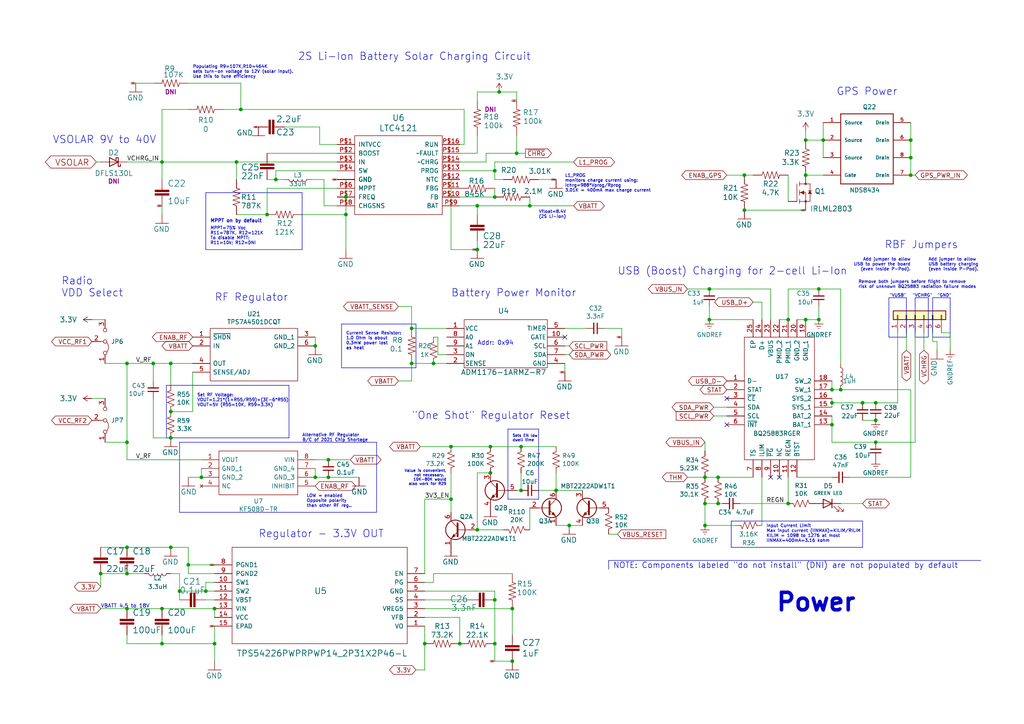
<source format=kicad_sch>
(kicad_sch (version 20230121) (generator eeschema)
  (paper "A4")
  (title_block (title "PyCubed Mainboard") (date "2021-06-09") (rev "v05c") (company "Max Holliday"))
  (lib_symbols
    (symbol "Connector_Generic:Conn_01x06" (pin_names (offset 1.016) hide)
      (property "Reference" "J" (at 0 7.62 0))
      (property "Value" "Conn_01x06" (at 0 -10.16 0))
      (symbol "Conn_01x06_1_1"
        (pin passive line (at -5.08 5.08 0) (length 3.81) (name "Pin_1") (number "1"))
        (pin passive line (at -5.08 2.54 0) (length 3.81) (name "Pin_2") (number "2"))
        (pin passive line (at -5.08 0 0) (length 3.81) (name "Pin_3") (number "3"))
        (pin passive line (at -5.08 -2.54 0) (length 3.81) (name "Pin_4") (number "4"))
        (pin passive line (at -5.08 -5.08 0) (length 3.81) (name "Pin_5") (number "5"))
        (pin passive line (at -5.08 -7.62 0) (length 3.81) (name "Pin_6") (number "6"))
      )
    )
    (symbol "Device:C_Small" (pin_numbers hide) (pin_names (offset 0.254) hide)
      (property "Reference" "C" (at 0.254 1.778 0))
      (property "Value" "C_Small" (at 0.254 -2.032 0))
      (symbol "C_Small_1_1"
        (pin passive line (at 0 2.54 270) (length 2.032) (name "~") (number "1"))
        (pin passive line (at 0 -2.54 90) (length 2.032) (name "~") (number "2"))
      )
    )
    (symbol "Device:D_Schottky" (pin_numbers hide) (pin_names (offset 1.016) hide)
      (property "Reference" "D" (at 0 2.54 0))
      (property "Value" "D_Schottky" (at 0 -2.54 0))
      (symbol "D_Schottky_1_1"
        (pin passive line (at -3.81 0 0) (length 2.54) (name "K") (number "1"))
        (pin passive line (at 3.81 0 180) (length 2.54) (name "A") (number "2"))
      )
    )
    (symbol "Device:L" (pin_numbers hide) (pin_names (offset 1.016) hide)
      (property "Reference" "L" (at -1.27 0 90))
      (property "Value" "L" (at 1.905 0 90))
      (symbol "L_1_1"
        (pin passive line (at 0 3.81 270) (length 1.27) (name "1") (number "1"))
        (pin passive line (at 0 -3.81 90) (length 1.27) (name "2") (number "2"))
      )
    )
    (symbol "Device:LED" (pin_numbers hide) (pin_names (offset 1.016) hide)
      (property "Reference" "D" (at 0 2.54 0))
      (property "Value" "LED" (at 0 -2.54 0))
      (symbol "LED_1_1"
        (pin passive line (at -3.81 0 0) (length 2.54) (name "K") (number "1"))
        (pin passive line (at 3.81 0 180) (length 2.54) (name "A") (number "2"))
      )
    )
    (symbol "Device:R_US" (pin_numbers hide) (pin_names (offset 0))
      (property "Reference" "R" (at 2.54 0 90))
      (property "Value" "R_US" (at -2.54 0 90))
      (symbol "R_US_1_1"
        (pin passive line (at 0 3.81 270) (length 1.27) (name "~") (number "1"))
        (pin passive line (at 0 -3.81 90) (length 1.27) (name "~") (number "2"))
      )
    )
    (symbol "Jumper:Jumper_3_Bridged12" (pin_names (offset 0) hide)
      (property "Reference" "JP" (at -2.54 -2.54 0))
      (property "Value" "Jumper_3_Bridged12" (at 0 2.794 0))
      (symbol "Jumper_3_Bridged12_1_1"
        (pin passive line (at -6.35 0 0) (length 2.54) (name "A") (number "1"))
        (pin passive line (at 0 -3.81 90) (length 2.54) (name "C") (number "2"))
        (pin passive line (at 6.35 0 180) (length 2.54) (name "B") (number "3"))
      )
    )
    (symbol "NDS8434_1" (pin_names (offset 1.016))
      (symbol "NDS8434_1_0_0"
        (pin bidirectional line (at -12.7 7.62 0) (length 5.08) (name "Source") (number "1"))
        (pin bidirectional line (at -12.7 2.54 0) (length 5.08) (name "Source") (number "2"))
        (pin bidirectional line (at -12.7 -2.54 0) (length 5.08) (name "Source") (number "3"))
        (pin bidirectional line (at -12.7 -7.62 0) (length 5.08) (name "Gate") (number "4"))
        (pin bidirectional line (at 12.7 7.62 180) (length 5.08) (name "Drain") (number "5"))
        (pin bidirectional line (at 12.7 2.54 180) (length 5.08) (name "Drain") (number "6"))
        (pin bidirectional line (at 12.7 -7.62 180) (length 5.08) (name "Drain") (number "7"))
        (pin bidirectional line (at 12.7 -2.54 180) (length 5.08) (name "Drain") (number "8"))
      )
    )
    (symbol "NDS8434_2" (pin_names (offset 1.016))
      (symbol "NDS8434_2_0_0"
        (pin bidirectional line (at -12.7 7.62 0) (length 5.08) (name "Source") (number "1"))
        (pin bidirectional line (at -12.7 2.54 0) (length 5.08) (name "Source") (number "2"))
        (pin bidirectional line (at -12.7 -2.54 0) (length 5.08) (name "Source") (number "3"))
        (pin bidirectional line (at -12.7 -7.62 0) (length 5.08) (name "Gate") (number "4"))
        (pin bidirectional line (at 12.7 7.62 180) (length 5.08) (name "Drain") (number "5"))
        (pin bidirectional line (at 12.7 2.54 180) (length 5.08) (name "Drain") (number "6"))
        (pin bidirectional line (at 12.7 -7.62 180) (length 5.08) (name "Drain") (number "7"))
        (pin bidirectional line (at 12.7 -2.54 180) (length 5.08) (name "Drain") (number "8"))
      )
    )
    (symbol "Transistor_BJT:MBT2222ADW1T1" (pin_names (offset 0) hide)
      (property "Reference" "Q" (at 5.08 1.27 0))
      (property "Value" "MBT2222ADW1T1" (at 5.08 -1.27 0))
      (symbol "MBT2222ADW1T1_1_1"
        (pin passive line (at 2.54 -5.08 90) (length 2.54) (name "E1") (number "1"))
        (pin input line (at -5.08 0 0) (length 2.54) (name "B1") (number "2"))
        (pin passive line (at 2.54 5.08 270) (length 2.54) (name "C1") (number "6"))
      )
      (symbol "MBT2222ADW1T1_2_1"
        (pin passive line (at 2.54 5.08 270) (length 2.54) (name "C2") (number "3"))
        (pin passive line (at 2.54 -5.08 90) (length 2.54) (name "E2") (number "4"))
        (pin input line (at -5.08 0 0) (length 2.54) (name "B2") (number "5"))
      )
    )
    (symbol "mainboard:0.1UF-0603-25V-5%" (pin_names (offset 1.016))
      (property "Reference" "C" (at 1.524 2.921 0))
      (property "Value" "0.1UF-0603-25V-5%" (at 1.524 -2.159 0))
      (symbol "0.1UF-0603-25V-5%_1_0"
        (pin passive line (at 0 5.08 270) (length 2.54) (name "1") (number "1"))
        (pin passive line (at 0 -2.54 90) (length 2.54) (name "2") (number "2"))
      )
    )
    (symbol "mainboard:1.0UF-0603-16V-10%" (pin_names (offset 1.016))
      (property "Reference" "C" (at 1.524 2.921 0))
      (property "Value" "1.0UF-0603-16V-10%" (at 1.524 -2.159 0))
      (symbol "1.0UF-0603-16V-10%_1_0"
        (pin passive line (at 0 5.08 270) (length 2.54) (name "1") (number "1"))
        (pin passive line (at 0 -2.54 90) (length 2.54) (name "2") (number "2"))
      )
    )
    (symbol "mainboard:10UF-0603-6.3V-20%" (pin_names (offset 1.016))
      (property "Reference" "C" (at 1.524 2.921 0))
      (property "Value" "10UF-0603-6.3V-20%" (at 1.524 -2.159 0))
      (symbol "10UF-0603-6.3V-20%_1_0"
        (pin passive line (at 0 5.08 270) (length 2.54) (name "1") (number "1"))
        (pin passive line (at 0 -2.54 90) (length 2.54) (name "2") (number "2"))
      )
    )
    (symbol "mainboard:2.2NF_2200PF-0603-50V-10%" (pin_names (offset 1.016))
      (property "Reference" "C" (at 1.524 2.921 0))
      (property "Value" "2.2NF_2200PF-0603-50V-10%" (at 1.524 -2.159 0))
      (symbol "2.2NF_2200PF-0603-50V-10%_1_0"
        (pin passive line (at 0 5.08 270) (length 2.54) (name "1") (number "1"))
        (pin passive line (at 0 -2.54 90) (length 2.54) (name "2") (number "2"))
      )
    )
    (symbol "mainboard:2.2UF-0603-10V-20%" (pin_names (offset 1.016))
      (property "Reference" "C" (at 1.524 2.921 0))
      (property "Value" "2.2UF-0603-10V-20%" (at 1.524 -2.159 0))
      (symbol "2.2UF-0603-10V-20%_1_0"
        (pin passive line (at 0 5.08 270) (length 2.54) (name "1") (number "1"))
        (pin passive line (at 0 -2.54 90) (length 2.54) (name "2") (number "2"))
      )
    )
    (symbol "mainboard:22UF-0805-6.3V-20%" (pin_names (offset 1.016))
      (property "Reference" "C" (at 1.524 2.921 0))
      (property "Value" "22UF-0805-6.3V-20%" (at 1.524 -2.159 0))
      (symbol "22UF-0805-6.3V-20%_1_0"
        (pin passive line (at 0 5.08 270) (length 2.54) (name "1") (number "1"))
        (pin passive line (at 0 -2.54 90) (length 2.54) (name "2") (number "2"))
      )
    )
    (symbol "mainboard:22UF-1210-16V-20%" (pin_names (offset 1.016))
      (property "Reference" "C" (at 1.524 2.921 0))
      (property "Value" "22UF-1210-16V-20%" (at 1.524 -2.159 0))
      (symbol "22UF-1210-16V-20%_1_0"
        (pin passive line (at 0 5.08 270) (length 2.54) (name "1") (number "1"))
        (pin passive line (at 0 -2.54 90) (length 2.54) (name "2") (number "2"))
      )
    )
    (symbol "mainboard:3.3NF-0603-100V-10%" (pin_names (offset 1.016))
      (property "Reference" "C" (at 1.524 2.921 0))
      (property "Value" "3.3NF-0603-100V-10%" (at 1.524 -2.159 0))
      (symbol "3.3NF-0603-100V-10%_1_0"
        (pin passive line (at 0 5.08 270) (length 2.54) (name "1") (number "1"))
        (pin passive line (at 0 -2.54 90) (length 2.54) (name "2") (number "2"))
      )
    )
    (symbol "mainboard:3.3V" (power) (pin_names (offset 1.016))
      (property "Value" "3.3V" (at -1.016 3.556 0))
      (symbol "3.3V_1_0"
        (pin power_in line (at 0 0 90) (length 2.54) (name "3.3V") (number "1"))
      )
    )
    (symbol "mainboard:ADM1176-1ARMZ-R7" (pin_names (offset 0.254))
      (property "Reference" "U?" (at 19.05 -10.16 0))
      (property "Value" "ADM1176-1ARMZ-R7" (at 20.32 -26.67 0))
      (symbol "ADM1176-1ARMZ-R7_1_0"
        (pin unspecified line (at 2.54 -13.97 0) (length 5.08) (name "VCC") (number "1"))
        (pin unspecified line (at 36.83 -16.51 180) (length 5.08) (name "GATE") (number "10"))
        (pin unspecified line (at 2.54 -24.13 0) (length 5.08) (name "SENSE") (number "2"))
        (pin unspecified line (at 2.54 -21.59 0) (length 5.08) (name "ON") (number "3"))
        (pin unspecified line (at 36.83 -24.13 180) (length 5.08) (name "GND") (number "4"))
        (pin unspecified line (at 36.83 -13.97 180) (length 5.08) (name "TIMER") (number "5"))
        (pin unspecified line (at 36.83 -19.05 180) (length 5.08) (name "SCL") (number "6"))
        (pin unspecified line (at 36.83 -21.59 180) (length 5.08) (name "SDA") (number "7"))
        (pin unspecified line (at 2.54 -16.51 0) (length 5.08) (name "A0") (number "8"))
        (pin unspecified line (at 2.54 -19.05 0) (length 5.08) (name "A1") (number "9"))
      )
    )
    (symbol "mainboard:BQ25883RGER" (pin_names (offset 0.762))
      (property "Reference" "IC" (at 26.67 17.78 0))
      (property "Value" "BQ25883RGER" (at 26.67 15.24 0))
      (symbol "BQ25883RGER_0_0"
        (pin bidirectional line (at 0 0 0) (length 5.08) (name "D-") (number "1"))
        (pin bidirectional line (at 15.24 -27.94 90) (length 5.08) (name "NC") (number "10"))
        (pin bidirectional line (at 17.78 -27.94 90) (length 5.08) (name "REGN") (number "11"))
        (pin bidirectional line (at 20.32 -27.94 90) (length 5.08) (name "BTST") (number "12"))
        (pin bidirectional line (at 30.48 -12.7 180) (length 5.08) (name "BAT_1") (number "13"))
        (pin bidirectional line (at 30.48 -10.16 180) (length 5.08) (name "BAT_2") (number "14"))
        (pin bidirectional line (at 30.48 -7.62 180) (length 5.08) (name "SYS_1") (number "15"))
        (pin bidirectional line (at 30.48 -5.08 180) (length 5.08) (name "SYS_2") (number "16"))
        (pin bidirectional line (at 30.48 -2.54 180) (length 5.08) (name "SW_1") (number "17"))
        (pin bidirectional line (at 30.48 0 180) (length 5.08) (name "SW_2") (number "18"))
        (pin bidirectional line (at 22.86 17.78 270) (length 5.08) (name "GND_1") (number "19"))
        (pin bidirectional line (at 0 -2.54 0) (length 5.08) (name "STAT") (number "2"))
        (pin bidirectional line (at 20.32 17.78 270) (length 5.08) (name "GND_2") (number "20"))
        (pin bidirectional line (at 17.78 17.78 270) (length 5.08) (name "PMID_1") (number "21"))
        (pin bidirectional line (at 15.24 17.78 270) (length 5.08) (name "PMID_2") (number "22"))
        (pin bidirectional line (at 12.7 17.78 270) (length 5.08) (name "VBUS") (number "23"))
        (pin bidirectional line (at 10.16 17.78 270) (length 5.08) (name "D+") (number "24"))
        (pin bidirectional line (at 7.62 17.78 270) (length 5.08) (name "EP") (number "25"))
        (pin bidirectional line (at 0 -5.08 0) (length 5.08) (name "~{CE}") (number "3"))
        (pin bidirectional line (at 0 -7.62 0) (length 5.08) (name "SDA") (number "4"))
        (pin bidirectional line (at 0 -10.16 0) (length 5.08) (name "SCL") (number "5"))
        (pin bidirectional line (at 0 -12.7 0) (length 5.08) (name "~{INT}") (number "6"))
        (pin bidirectional line (at 7.62 -27.94 90) (length 5.08) (name "TS") (number "7"))
        (pin bidirectional line (at 10.16 -27.94 90) (length 5.08) (name "ILIM") (number "8"))
        (pin bidirectional line (at 12.7 -27.94 90) (length 5.08) (name "~{PG}") (number "9"))
      )
    )
    (symbol "mainboard:GND" (power) (pin_names (offset 1.016))
      (property "Value" "GND" (at -2.54 -2.54 0))
      (symbol "GND_1_0"
        (pin power_in line (at 0 2.54 270) (length 2.54) (name "GND") (number "1"))
      )
    )
    (symbol "mainboard:IRLML2803TRPBF" (pin_names (offset 1.016))
      (property "Reference" "Q" (at -11.43 1.27 0))
      (property "Value" "IRLML2803TRPBF" (at -11.43 3.81 0))
      (symbol "IRLML2803TRPBF_1_0"
        (pin passive line (at -2.54 -2.54 0) (length 2.54) (name "G") (number "1"))
        (pin passive line (at 2.54 -5.08 90) (length 2.54) (name "S") (number "2"))
        (pin passive line (at 2.54 5.08 270) (length 2.54) (name "D") (number "3"))
      )
    )
    (symbol "mainboard:KF50BD-TR" (pin_names (offset 0.762))
      (property "Reference" "IC" (at 29.21 7.62 0))
      (property "Value" "KF50BD-TR" (at 29.21 5.08 0))
      (symbol "KF50BD-TR_0_0"
        (pin output line (at 0 0 0) (length 5.08) (name "VOUT") (number "1"))
        (pin power_in line (at 0 -2.54 0) (length 5.08) (name "GND_1") (number "2"))
        (pin power_in line (at 0 -5.08 0) (length 5.08) (name "GND_2") (number "3"))
        (pin no_connect line (at 0 -7.62 0) (length 5.08) (name "NC") (number "4"))
        (pin input line (at 33.02 -7.62 180) (length 5.08) (name "INHIBIT") (number "5"))
        (pin power_in line (at 33.02 -5.08 180) (length 5.08) (name "GND_3") (number "6"))
        (pin power_in line (at 33.02 -2.54 180) (length 5.08) (name "GND_4") (number "7"))
        (pin input line (at 33.02 0 180) (length 5.08) (name "VIN") (number "8"))
      )
    )
    (symbol "mainboard:LTC4121" (pin_names (offset 1.016))
      (property "Reference" "U" (at -2.54 10.16 0))
      (property "Value" "LTC4121" (at -2.54 -15.24 0))
      (symbol "LTC4121_1_0"
        (pin bidirectional line (at -12.7 7.62 0) (length 5.08) (name "INTVCC") (number "P$1"))
        (pin bidirectional line (at 22.86 -7.62 180) (length 5.08) (name "FB") (number "P$10"))
        (pin bidirectional line (at 22.86 -5.08 180) (length 5.08) (name "FBG") (number "P$11"))
        (pin bidirectional line (at 22.86 -2.54 180) (length 5.08) (name "NTC") (number "P$12"))
        (pin bidirectional line (at 22.86 0 180) (length 5.08) (name "PROG") (number "P$13"))
        (pin bidirectional line (at 22.86 2.54 180) (length 5.08) (name "~CHRG") (number "P$14"))
        (pin bidirectional line (at 22.86 5.08 180) (length 5.08) (name "~FAULT") (number "P$15"))
        (pin bidirectional line (at 22.86 7.62 180) (length 5.08) (name "RUN") (number "P$16"))
        (pin bidirectional line (at -12.7 -2.54 0) (length 5.08) (name "GND") (number "P$17"))
        (pin bidirectional line (at -12.7 5.08 0) (length 5.08) (name "BOOST") (number "P$2"))
        (pin bidirectional line (at -12.7 2.54 0) (length 5.08) (name "IN") (number "P$3"))
        (pin bidirectional line (at -12.7 0 0) (length 5.08) (name "SW") (number "P$4"))
        (pin bidirectional line (at -12.7 -2.54 0) (length 5.08) (name "GND") (number "P$5"))
        (pin bidirectional line (at -12.7 -5.08 0) (length 5.08) (name "MPPT") (number "P$6"))
        (pin bidirectional line (at -12.7 -7.62 0) (length 5.08) (name "FREQ") (number "P$7"))
        (pin bidirectional line (at -12.7 -10.16 0) (length 5.08) (name "CHGSNS") (number "P$8"))
        (pin bidirectional line (at 22.86 -10.16 180) (length 5.08) (name "BAT") (number "P$9"))
      )
    )
    (symbol "mainboard:R-US_R0603" (pin_names (offset 1.016))
      (property "Reference" "R" (at -3.81 1.4986 0))
      (property "Value" "R-US_R0603" (at -3.81 -3.302 0))
      (symbol "R-US_R0603_1_0"
        (pin passive line (at -5.08 0 0) (length 2.54) (name "1") (number "1"))
        (pin passive line (at 5.08 0 180) (length 2.54) (name "2") (number "2"))
      )
    )
    (symbol "mainboard:R-US_R2512" (pin_names (offset 1.016))
      (property "Reference" "R" (at -3.81 1.4986 0))
      (property "Value" "R-US_R2512" (at -3.81 -3.302 0))
      (symbol "R-US_R2512_1_0"
        (pin passive line (at -5.08 0 0) (length 2.54) (name "1") (number "1"))
        (pin passive line (at 5.08 0 180) (length 2.54) (name "2") (number "2"))
      )
    )
    (symbol "mainboard:TPS54226PWPRPWP14_2P31X2P46-L" (pin_names (offset 1.016))
      (property "Reference" "U" (at 28.2956 9.1186 0))
      (property "Value" "TPS54226PWPRPWP14_2P31X2P46-L" (at 27.6606 6.5786 0))
      (symbol "TPS54226PWPRPWP14_2P31X2P46-L_1_0"
        (pin output line (at 2.54 0 0) (length 5.08) (name "VO") (number "1"))
        (pin passive line (at 63.5 -12.7 180) (length 5.08) (name "SW1") (number "10"))
        (pin passive line (at 63.5 -10.16 180) (length 5.08) (name "SW2") (number "11"))
        (pin input line (at 63.5 -7.62 180) (length 5.08) (name "VBST") (number "12"))
        (pin input line (at 63.5 -5.08 180) (length 5.08) (name "VIN") (number "13"))
        (pin input line (at 63.5 -2.54 180) (length 5.08) (name "VCC") (number "14"))
        (pin passive line (at 63.5 0 180) (length 5.08) (name "EPAD") (number "15"))
        (pin input line (at 2.54 -2.54 0) (length 5.08) (name "VFB") (number "2"))
        (pin output line (at 2.54 -5.08 0) (length 5.08) (name "VREG5") (number "3"))
        (pin passive line (at 2.54 -7.62 0) (length 5.08) (name "SS") (number "4"))
        (pin power_in line (at 2.54 -10.16 0) (length 5.08) (name "GND") (number "5"))
        (pin output line (at 2.54 -12.7 0) (length 5.08) (name "PG") (number "6"))
        (pin input line (at 2.54 -15.24 0) (length 5.08) (name "EN") (number "7"))
        (pin power_in line (at 63.5 -17.78 180) (length 5.08) (name "PGND1") (number "8"))
        (pin power_in line (at 63.5 -15.24 180) (length 5.08) (name "PGND2") (number "9"))
      )
    )
    (symbol "mainboard:TPS7A4501DCQT" (pin_names (offset 0.762))
      (property "Reference" "IC" (at 31.75 7.62 0))
      (property "Value" "TPS7A4501DCQT" (at 31.75 5.08 0))
      (symbol "TPS7A4501DCQT_0_0"
        (pin passive line (at 0 0 0) (length 5.08) (name "~{SHDN}") (number "1"))
        (pin input line (at 0 -2.54 0) (length 5.08) (name "IN") (number "2"))
        (pin power_in line (at 35.56 0 180) (length 5.08) (name "GND_1") (number "3"))
        (pin output line (at 0 -7.62 0) (length 5.08) (name "OUT") (number "4"))
        (pin passive line (at 0 -10.16 0) (length 5.08) (name "SENSE/ADJ") (number "5"))
        (pin power_in line (at 35.56 -2.54 180) (length 5.08) (name "GND_2") (number "6"))
      )
    )
    (symbol "power:GNDREF" (power) (pin_names (offset 0))
      (property "Value" "GNDREF" (at 0 -3.81 0))
      (symbol "GNDREF_1_1"
        (pin power_in line (at 0 0 270) (length 0) hide (name "GNDREF") (number "1"))
      )
    )
  )
  (junction (at 100.33 62.23))
  (junction (at 208.28 138.43))
  (junction (at 215.9 50.8))
  (junction (at 36.83 158.75))
  (junction (at 95.25 138.43))
  (junction (at 143.51 186.69))
  (junction (at 241.3 123.19))
  (junction (at 46.99 46.99))
  (junction (at 148.59 176.53))
  (junction (at 58.42 138.43))
  (junction (at 59.69 171.45))
  (junction (at 233.68 40.64))
  (junction (at 237.49 92.71))
  (junction (at 204.47 138.43))
  (junction (at 49.53 158.75))
  (junction (at 241.3 116.84))
  (junction (at 130.81 144.78))
  (junction (at 153.67 59.69))
  (junction (at 149.86 44.45))
  (junction (at 264.16 45.72))
  (junction (at 204.47 152.4))
  (junction (at 68.58 46.99))
  (junction (at 36.83 176.53))
  (junction (at 205.74 92.71))
  (junction (at 62.23 176.53))
  (junction (at 237.49 83.82))
  (junction (at 123.19 186.69))
  (junction (at 46.99 176.53))
  (junction (at 44.45 105.41))
  (junction (at 143.51 173.99))
  (junction (at 52.07 171.45))
  (junction (at 91.44 138.43))
  (junction (at 125.73 105.41))
  (junction (at 233.68 50.8))
  (junction (at 254 121.92))
  (junction (at 215.9 60.96))
  (junction (at 95.25 133.35))
  (junction (at 80.01 52.07))
  (junction (at 133.35 186.69))
  (junction (at 250.19 116.84))
  (junction (at 151.13 129.54))
  (junction (at 238.76 40.64))
  (junction (at 142.24 137.16))
  (junction (at 204.47 146.05))
  (junction (at 243.84 113.03))
  (junction (at 77.47 62.23))
  (junction (at 161.29 142.24))
  (junction (at 49.53 119.38))
  (junction (at 142.24 129.54))
  (junction (at 205.74 83.82))
  (junction (at 138.43 153.67))
  (junction (at 69.85 31.75))
  (junction (at 233.68 92.71))
  (junction (at 151.13 142.24))
  (junction (at 138.43 59.69))
  (junction (at 36.83 105.41))
  (junction (at 119.38 105.41))
  (junction (at 143.51 57.15))
  (junction (at 264.16 40.64))
  (junction (at 208.28 146.05))
  (junction (at 254 128.27))
  (junction (at 29.21 166.37))
  (junction (at 165.1 152.4))
  (junction (at 91.44 100.33))
  (junction (at 143.51 49.53))
  (junction (at 138.43 72.39))
  (junction (at 36.83 128.27))
  (junction (at 54.61 163.83))
  (junction (at 49.53 127))
  (junction (at 62.23 186.69))
  (junction (at 119.38 95.25))
  (junction (at 228.6 146.05))
  (junction (at 49.53 105.41))
  (junction (at 46.99 186.69))
  (junction (at 241.3 113.03))
  (junction (at 130.81 129.54))
  (junction (at 144.78 26.67))
  (junction (at 228.6 92.71))
  (junction (at 264.16 50.8))
  (junction (at 254 116.84))
  (junction (at 36.83 166.37))
  (junction (at 148.59 191.77))
  (junction (at 100.33 57.15))
  (no_connect (at 210.82 123.19))
  (no_connect (at 163.83 97.79))
  (no_connect (at 210.82 115.57))
  (no_connect (at 226.06 138.43))
  (no_connect (at 223.52 138.43))
  (wire (pts (xy 241.3 110.49) (xy 241.3 113.03)))
  (wire (pts (xy 36.83 166.37) (xy 41.91 166.37)))
  (wire (pts (xy 223.52 92.71) (xy 223.52 83.82)))
  (wire (pts (xy 130.81 129.54) (xy 142.24 129.54)))
  (wire (pts (xy 29.21 46.99) (xy 27.94 46.99)))
  (wire (pts (xy 241.3 115.57) (xy 241.3 116.84)))
  (polyline (pts (xy 87.63 72.39) (xy 87.63 55.88)))
  (wire (pts (xy 243.84 83.82) (xy 237.49 83.82)))
  (wire (pts (xy 69.85 31.75) (xy 64.77 31.75)))
  (wire (pts (xy 204.47 138.43) (xy 199.39 138.43)))
  (wire (pts (xy 161.29 137.16) (xy 161.29 142.24)))
  (polyline (pts (xy 83.82 127) (xy 83.82 111.76)))
  (wire (pts (xy 134.62 41.91) (xy 134.62 31.75)))
  (wire (pts (xy 180.34 95.25) (xy 175.26 95.25)))
  (wire (pts (xy 97.79 52.07) (xy 100.33 52.07)))
  (wire (pts (xy 36.83 158.75) (xy 49.53 158.75)))
  (wire (pts (xy 275.59 96.52) (xy 275.59 101.6)))
  (wire (pts (xy 97.79 46.99) (xy 68.58 46.99)))
  (polyline (pts (xy 109.22 128.27) (xy 52.07 128.27)))
  (wire (pts (xy 29.21 166.37) (xy 36.83 166.37)))
  (wire (pts (xy 127 97.79) (xy 125.73 97.79)))
  (wire (pts (xy 46.99 59.69) (xy 46.99 62.23)))
  (wire (pts (xy 254 128.27) (xy 265.43 128.27)))
  (wire (pts (xy 243.84 146.05) (xy 250.19 146.05)))
  (polyline (pts (xy 257.81 86.36) (xy 257.81 97.79)))
  (polyline (pts (xy 52.07 128.27) (xy 52.07 148.59)))
  (wire (pts (xy 267.97 101.6) (xy 267.97 96.52)))
  (wire (pts (xy 92.71 36.83) (xy 82.55 36.83)))
  (wire (pts (xy 143.51 49.53) (xy 143.51 52.07)))
  (polyline (pts (xy 48.26 111.76) (xy 48.26 127)))
  (wire (pts (xy 36.83 133.35) (xy 58.42 133.35)))
  (wire (pts (xy 148.59 176.53) (xy 148.59 184.15)))
  (wire (pts (xy 134.62 31.75) (xy 69.85 31.75)))
  (wire (pts (xy 59.69 171.45) (xy 52.07 171.45)))
  (wire (pts (xy 97.79 44.45) (xy 77.47 44.45)))
  (wire (pts (xy 77.47 54.61) (xy 77.47 62.23)))
  (wire (pts (xy 265.43 128.27) (xy 265.43 96.52)))
  (wire (pts (xy 30.48 105.41) (xy 36.83 105.41)))
  (wire (pts (xy 228.6 138.43) (xy 228.6 146.05)))
  (wire (pts (xy 91.44 100.33) (xy 91.44 97.79)))
  (wire (pts (xy 101.6 133.35) (xy 95.25 133.35)))
  (wire (pts (xy 95.25 138.43) (xy 91.44 138.43)))
  (wire (pts (xy 36.83 46.99) (xy 46.99 46.99)))
  (wire (pts (xy 97.79 49.53) (xy 80.01 49.53)))
  (polyline (pts (xy 176.53 165.1) (xy 176.53 162.56)))
  (wire (pts (xy 168.91 142.24) (xy 161.29 142.24)))
  (wire (pts (xy 231.14 92.71) (xy 233.68 92.71)))
  (polyline (pts (xy 120.65 93.98) (xy 120.65 106.68)))
  (wire (pts (xy 90.17 52.07) (xy 93.98 52.07)))
  (wire (pts (xy 62.23 163.83) (xy 54.61 163.83)))
  (wire (pts (xy 92.71 41.91) (xy 97.79 41.91)))
  (wire (pts (xy 133.35 46.99) (xy 140.97 46.99)))
  (wire (pts (xy 130.81 144.78) (xy 130.81 148.59)))
  (wire (pts (xy 52.07 171.45) (xy 52.07 166.37)))
  (wire (pts (xy 55.88 119.38) (xy 55.88 107.95)))
  (wire (pts (xy 204.47 146.05) (xy 204.47 152.4)))
  (polyline (pts (xy 59.69 55.88) (xy 59.69 72.39)))
  (wire (pts (xy 146.05 153.67) (xy 138.43 153.67)))
  (wire (pts (xy 130.81 52.07) (xy 130.81 72.39)))
  (wire (pts (xy 58.42 138.43) (xy 58.42 135.89)))
  (wire (pts (xy 264.16 45.72) (xy 264.16 50.8)))
  (wire (pts (xy 138.43 59.69) (xy 153.67 59.69)))
  (wire (pts (xy 119.38 95.25) (xy 119.38 88.9)))
  (wire (pts (xy 44.45 115.57) (xy 44.45 127)))
  (wire (pts (xy 26.67 115.57) (xy 30.48 115.57)))
  (wire (pts (xy 97.79 59.69) (xy 93.98 59.69)))
  (polyline (pts (xy 265.43 97.79) (xy 265.43 86.36)))
  (wire (pts (xy 270.51 96.52) (xy 270.51 99.06)))
  (wire (pts (xy 144.78 26.67) (xy 138.43 26.67)))
  (wire (pts (xy 143.51 49.53) (xy 143.51 46.99)))
  (wire (pts (xy 264.16 113.03) (xy 264.16 138.43)))
  (wire (pts (xy 205.74 88.9) (xy 205.74 92.71)))
  (polyline (pts (xy 275.59 97.79) (xy 275.59 86.36)))
  (polyline (pts (xy 59.69 72.39) (xy 87.63 72.39)))
  (polyline (pts (xy 275.59 86.36) (xy 270.51 86.36)))
  (polyline (pts (xy 99.06 106.68) (xy 99.06 93.98)))
  (wire (pts (xy 220.98 87.63) (xy 220.98 92.71)))
  (wire (pts (xy 142.24 129.54) (xy 151.13 129.54)))
  (wire (pts (xy 153.67 59.69) (xy 166.37 59.69)))
  (wire (pts (xy 180.34 97.79) (xy 180.34 95.25)))
  (wire (pts (xy 77.47 62.23) (xy 68.58 62.23)))
  (wire (pts (xy 149.86 44.45) (xy 152.4 44.45)))
  (wire (pts (xy 246.38 138.43) (xy 264.16 138.43)))
  (wire (pts (xy 46.99 186.69) (xy 62.23 186.69)))
  (wire (pts (xy 149.86 142.24) (xy 151.13 142.24)))
  (wire (pts (xy 238.76 40.64) (xy 233.68 40.64)))
  (wire (pts (xy 119.38 105.41) (xy 125.73 105.41)))
  (polyline (pts (xy 83.82 111.76) (xy 48.26 111.76)))
  (wire (pts (xy 140.97 46.99) (xy 140.97 44.45)))
  (wire (pts (xy 69.85 31.75) (xy 69.85 24.13)))
  (wire (pts (xy 130.81 137.16) (xy 130.81 144.78)))
  (wire (pts (xy 143.51 46.99) (xy 166.37 46.99)))
  (wire (pts (xy 95.25 133.35) (xy 91.44 133.35)))
  (wire (pts (xy 125.73 105.41) (xy 129.54 105.41)))
  (wire (pts (xy 119.38 105.41) (xy 119.38 110.49)))
  (polyline (pts (xy 275.59 97.79) (xy 270.51 97.79)))
  (wire (pts (xy 163.83 107.95) (xy 163.83 105.41)))
  (wire (pts (xy 228.6 58.42) (xy 228.6 50.8)))
  (wire (pts (xy 233.68 60.96) (xy 215.9 60.96)))
  (wire (pts (xy 165.1 100.33) (xy 163.83 100.33)))
  (wire (pts (xy 237.49 83.82) (xy 228.6 83.82)))
  (polyline (pts (xy 269.24 86.36) (xy 269.24 97.79)))
  (wire (pts (xy 44.45 127) (xy 49.53 127)))
  (wire (pts (xy 140.97 44.45) (xy 149.86 44.45)))
  (polyline (pts (xy 120.65 106.68) (xy 99.06 106.68)))
  (wire (pts (xy 243.84 113.03) (xy 264.16 113.03)))
  (wire (pts (xy 260.35 116.84) (xy 260.35 96.52)))
  (wire (pts (xy 241.3 128.27) (xy 241.3 123.19)))
  (wire (pts (xy 163.83 95.25) (xy 170.18 95.25)))
  (wire (pts (xy 36.83 186.69) (xy 36.83 184.15)))
  (wire (pts (xy 54.61 138.43) (xy 58.42 138.43)))
  (wire (pts (xy 36.83 186.69) (xy 46.99 186.69)))
  (wire (pts (xy 205.74 83.82) (xy 199.39 83.82)))
  (wire (pts (xy 143.51 191.77) (xy 148.59 191.77)))
  (wire (pts (xy 36.83 105.41) (xy 44.45 105.41)))
  (wire (pts (xy 46.99 52.07) (xy 46.99 46.99)))
  (wire (pts (xy 100.33 62.23) (xy 100.33 72.39)))
  (wire (pts (xy 59.69 171.45) (xy 59.69 168.91)))
  (wire (pts (xy 36.83 133.35) (xy 36.83 128.27)))
  (wire (pts (xy 121.92 129.54) (xy 130.81 129.54)))
  (wire (pts (xy 153.67 57.15) (xy 153.67 59.69)))
  (wire (pts (xy 62.23 173.99) (xy 59.69 173.99)))
  (wire (pts (xy 92.71 41.91) (xy 92.71 36.83)))
  (wire (pts (xy 26.67 92.71) (xy 30.48 92.71)))
  (polyline (pts (xy 250.19 151.13) (xy 212.09 151.13)))
  (wire (pts (xy 143.51 57.15) (xy 133.35 57.15)))
  (polyline (pts (xy 156.21 144.78) (xy 147.32 144.78)))
  (wire (pts (xy 115.57 88.9) (xy 119.38 88.9)))
  (wire (pts (xy 127 102.87) (xy 127 97.79)))
  (wire (pts (xy 133.35 44.45) (xy 138.43 44.45)))
  (wire (pts (xy 143.51 52.07) (xy 146.05 52.07)))
  (polyline (pts (xy 109.22 148.59) (xy 109.22 128.27)))
  (wire (pts (xy 149.86 39.37) (xy 149.86 44.45)))
  (polyline (pts (xy 99.06 93.98) (xy 120.65 93.98)))
  (wire (pts (xy 54.61 163.83) (xy 54.61 166.37)))
  (wire (pts (xy 123.19 181.61) (xy 123.19 186.69)))
  (polyline (pts (xy 52.07 148.59) (xy 109.22 148.59)))
  (wire (pts (xy 68.58 46.99) (xy 46.99 46.99)))
  (wire (pts (xy 138.43 153.67) (xy 138.43 137.16)))
  (wire (pts (xy 254 128.27) (xy 241.3 128.27)))
  (wire (pts (xy 218.44 138.43) (xy 208.28 138.43)))
  (wire (pts (xy 62.23 179.07) (xy 62.23 176.53)))
  (wire (pts (xy 125.73 166.37) (xy 125.73 168.91)))
  (polyline (pts (xy 262.89 86.36) (xy 257.81 86.36)))
  (wire (pts (xy 36.83 176.53) (xy 46.99 176.53)))
  (wire (pts (xy 153.67 153.67) (xy 153.67 147.32)))
  (wire (pts (xy 233.68 92.71) (xy 237.49 92.71)))
  (polyline (pts (xy 269.24 97.79) (xy 265.43 97.79)))
  (polyline (pts (xy 262.89 97.79) (xy 262.89 86.36)))
  (polyline (pts (xy 87.63 55.88) (xy 59.69 55.88)))
  (wire (pts (xy 133.35 179.07) (xy 133.35 186.69)))
  (wire (pts (xy 254 116.84) (xy 250.19 116.84)))
  (wire (pts (xy 49.53 119.38) (xy 55.88 119.38)))
  (wire (pts (xy 218.44 50.8) (xy 215.9 50.8)))
  (wire (pts (xy 123.19 171.45) (xy 143.51 171.45)))
  (wire (pts (xy 250.19 121.92) (xy 254 121.92)))
  (polyline (pts (xy 212.09 151.13) (xy 212.09 158.75)))
  (wire (pts (xy 123.19 194.31) (xy 120.65 194.31)))
  (wire (pts (xy 77.47 54.61) (xy 97.79 54.61)))
  (wire (pts (xy 97.79 57.15) (xy 100.33 57.15)))
  (wire (pts (xy 46.99 31.75) (xy 46.99 46.99)))
  (wire (pts (xy 100.33 52.07) (xy 100.33 57.15)))
  (wire (pts (xy 143.51 171.45) (xy 143.51 173.99)))
  (wire (pts (xy 179.07 154.94) (xy 176.53 154.94)))
  (wire (pts (xy 68.58 52.07) (xy 68.58 46.99)))
  (wire (pts (xy 54.61 166.37) (xy 62.23 166.37)))
  (wire (pts (xy 62.23 181.61) (xy 62.23 186.69)))
  (wire (pts (xy 133.35 49.53) (xy 143.51 49.53)))
  (wire (pts (xy 138.43 62.23) (xy 138.43 59.69)))
  (wire (pts (xy 226.06 92.71) (xy 228.6 92.71)))
  (wire (pts (xy 54.61 158.75) (xy 54.61 163.83)))
  (wire (pts (xy 223.52 83.82) (xy 205.74 83.82)))
  (wire (pts (xy 254 116.84) (xy 260.35 116.84)))
  (wire (pts (xy 241.3 113.03) (xy 243.84 113.03)))
  (wire (pts (xy 273.05 96.52) (xy 275.59 96.52)))
  (polyline (pts (xy 147.32 144.78) (xy 147.32 124.46)))
  (wire (pts (xy 238.76 45.72) (xy 238.76 40.64)))
  (wire (pts (xy 123.19 144.78) (xy 130.81 144.78)))
  (wire (pts (xy 241.3 116.84) (xy 241.3 118.11)))
  (wire (pts (xy 168.91 152.4) (xy 165.1 152.4)))
  (polyline (pts (xy 257.81 97.79) (xy 262.89 97.79)))
  (polyline (pts (xy 265.43 86.36) (xy 269.24 86.36)))
  (wire (pts (xy 123.19 173.99) (xy 135.89 173.99)))
  (wire (pts (xy 262.89 101.6) (xy 262.89 96.52)))
  (wire (pts (xy 62.23 186.69) (xy 62.23 191.77)))
  (wire (pts (xy 49.53 158.75) (xy 54.61 158.75)))
  (wire (pts (xy 119.38 95.25) (xy 129.54 95.25)))
  (wire (pts (xy 241.3 138.43) (xy 231.14 138.43)))
  (wire (pts (xy 138.43 72.39) (xy 138.43 69.85)))
  (wire (pts (xy 127 102.87) (xy 129.54 102.87)))
  (wire (pts (xy 87.63 62.23) (xy 100.33 62.23)))
  (wire (pts (xy 264.16 40.64) (xy 264.16 45.72)))
  (wire (pts (xy 205.74 92.71) (xy 218.44 92.71)))
  (wire (pts (xy 208.28 138.43) (xy 204.47 138.43)))
  (wire (pts (xy 123.19 176.53) (xy 148.59 176.53)))
  (wire (pts (xy 44.45 105.41) (xy 49.53 105.41)))
  (wire (pts (xy 62.23 171.45) (xy 59.69 171.45)))
  (wire (pts (xy 46.99 186.69) (xy 46.99 184.15)))
  (wire (pts (xy 138.43 26.67) (xy 138.43 29.21)))
  (wire (pts (xy 209.55 146.05) (xy 208.28 146.05)))
  (wire (pts (xy 149.86 26.67) (xy 144.78 26.67)))
  (wire (pts (xy 100.33 57.15) (xy 100.33 62.23)))
  (wire (pts (xy 204.47 128.27) (xy 204.47 130.81)))
  (wire (pts (xy 156.21 142.24) (xy 161.29 142.24)))
  (wire (pts (xy 49.53 105.41) (xy 55.88 105.41)))
  (wire (pts (xy 264.16 50.8) (xy 265.43 50.8)))
  (wire (pts (xy 204.47 152.4) (xy 213.36 152.4)))
  (wire (pts (xy 115.57 110.49) (xy 119.38 110.49)))
  (wire (pts (xy 143.51 191.77) (xy 143.51 186.69)))
  (polyline (pts (xy 156.21 124.46) (xy 147.32 124.46)))
  (wire (pts (xy 264.16 35.56) (xy 264.16 40.64)))
  (wire (pts (xy 218.44 87.63) (xy 220.98 87.63)))
  (polyline (pts (xy 250.19 158.75) (xy 250.19 151.13)))
  (wire (pts (xy 243.84 105.41) (xy 243.84 83.82)))
  (wire (pts (xy 149.86 29.21) (xy 149.86 26.67)))
  (wire (pts (xy 49.53 166.37) (xy 52.07 166.37)))
  (wire (pts (xy 165.1 152.4) (xy 161.29 152.4)))
  (wire (pts (xy 54.61 31.75) (xy 46.99 31.75)))
  (wire (pts (xy 228.6 83.82) (xy 228.6 92.71)))
  (wire (pts (xy 123.19 179.07) (xy 133.35 179.07)))
  (wire (pts (xy 238.76 50.8) (xy 233.68 50.8)))
  (wire (pts (xy 215.9 50.8) (xy 210.82 50.8)))
  (wire (pts (xy 148.59 166.37) (xy 125.73 166.37)))
  (wire (pts (xy 271.78 99.06) (xy 271.78 101.6)))
  (wire (pts (xy 49.53 111.76) (xy 49.53 105.41)))
  (wire (pts (xy 29.21 158.75) (xy 36.83 158.75)))
  (polyline (pts (xy 270.51 86.36) (xy 270.51 97.79)))
  (wire (pts (xy 138.43 44.45) (xy 138.43 39.37)))
  (wire (pts (xy 82.55 52.07) (xy 80.01 52.07)))
  (wire (pts (xy 133.35 52.07) (xy 130.81 52.07)))
  (wire (pts (xy 104.14 138.43) (xy 95.25 138.43)))
  (wire (pts (xy 123.19 166.37) (xy 123.19 144.78)))
  (wire (pts (xy 238.76 40.64) (xy 238.76 35.56)))
  (wire (pts (xy 151.13 129.54) (xy 161.29 129.54)))
  (polyline (pts (xy 48.26 127) (xy 83.82 127)))
  (wire (pts (xy 130.81 72.39) (xy 138.43 72.39)))
  (wire (pts (xy 143.51 173.99) (xy 143.51 186.69)))
  (wire (pts (xy 270.51 99.06) (xy 271.78 99.06)))
  (wire (pts (xy 44.45 110.49) (xy 44.45 105.41)))
  (wire (pts (xy 250.19 116.84) (xy 241.3 116.84)))
  (wire (pts (xy 208.28 146.05) (xy 204.47 146.05)))
  (wire (pts (xy 151.13 137.16) (xy 151.13 142.24)))
  (wire (pts (xy 165.1 102.87) (xy 163.83 102.87)))
  (wire (pts (xy 52.07 173.99) (xy 52.07 171.45)))
  (wire (pts (xy 123.19 186.69) (xy 123.19 194.31)))
  (wire (pts (xy 36.83 128.27) (xy 36.83 105.41)))
  (wire (pts (xy 233.68 40.64) (xy 233.68 38.1)))
  (wire (pts (xy 62.23 168.91) (xy 59.69 168.91)))
  (wire (pts (xy 91.44 135.89) (xy 91.44 138.43)))
  (wire (pts (xy 133.35 59.69) (xy 138.43 59.69)))
  (wire (pts (xy 30.48 128.27) (xy 36.83 128.27)))
  (wire (pts (xy 161.29 52.07) (xy 156.21 52.07)))
  (wire (pts (xy 241.3 120.65) (xy 241.3 123.19)))
  (wire (pts (xy 210.82 120.65) (xy 207.01 120.65)))
  (wire (pts (xy 220.98 152.4) (xy 220.98 138.43)))
  (wire (pts (xy 125.73 168.91) (xy 123.19 168.91)))
  (wire (pts (xy 39.37 24.13) (xy 44.45 24.13)))
  (wire (pts (xy 80.01 52.07) (xy 77.47 52.07)))
  (wire (pts (xy 214.63 146.05) (xy 228.6 146.05)))
  (polyline (pts (xy 156.21 144.78) (xy 156.21 124.46)))
  (wire (pts (xy 138.43 137.16) (xy 142.24 137.16)))
  (wire (pts (xy 29.21 170.18) (xy 29.21 166.37)))
  (wire (pts (xy 93.98 59.69) (xy 93.98 52.07)))
  (polyline (pts (xy 212.09 158.75) (xy 250.19 158.75)))
  (wire (pts (xy 237.49 88.9) (xy 237.49 92.71)))
  (wire (pts (xy 54.61 24.13) (xy 69.85 24.13)))
  (wire (pts (xy 133.35 41.91) (xy 134.62 41.91)))
  (wire (pts (xy 143.51 54.61) (xy 143.51 57.15)))
  (wire (pts (xy 36.83 176.53) (xy 29.21 176.53)))
  (wire (pts (xy 46.99 176.53) (xy 62.23 176.53)))
  (polyline (pts (xy 176.53 162.56) (xy 284.48 162.56)))
  (wire (pts (xy 210.82 118.11) (xy 207.01 118.11)))
  (wire (pts (xy 80.01 52.07) (xy 80.01 49.53)))
  (text "\"One Shot\" Regulator Reset" (at 119.38 121.92 0) (effects (font (size 2.159 2.159)) (justify left bottom)))
  (text "Regulator - 3.3V OUT" (at 74.93 156.21 0) (effects (font (size 2.159 2.159)) (justify left bottom)))
  (text "GPS Power" (at 242.57 27.94 0) (effects (font (size 2.159 2.159)) (justify left bottom)))
  (text "L1_PROG\nmonitors charge current using:\nIchrg=988*Vprog/Rprog\n3.01K = 400mA max charge current\n" (at 163.83 55.88 0) (effects (font (size 0.889 0.889)) (justify left bottom)))
  (text "Battery Power Monitor" (at 130.81 86.36 0) (effects (font (size 2.159 2.159)) (justify left bottom)))
  (text "Addr: 0x94" (at 138.43 100.33 0) (effects (font (size 1.27 1.27)) (justify left bottom)))
  (text "Radio\nVDD Select" (at 17.78 86.36 0) (effects (font (size 2.159 2.159)) (justify left bottom)))
  (text "\"VUSB\"" (at 262.89 86.36 0) (effects (font (size 0.889 0.889)) (justify right bottom)))
  (text "RBF Jumpers" (at 256.54 72.39 0) (effects (font (size 2.159 2.159)) (justify left bottom)))
  (text "Add jumper to allow\nUSB to power the board\n(even inside P-Pod).\n" (at 264.16 78.74 0) (effects (font (size 0.889 0.889)) (justify right bottom)))
  (text "RF Regulator" (at 62.23 87.63 0) (effects (font (size 2.159 2.159)) (justify left bottom)))
  (text "MPPT on by default" (at 60.96 64.77 0) (effects (font (size 0.9906 0.9906) (thickness 0.1981) bold) (justify left bottom)))
  (text "Set RF Voltage:\nVOUT=1.21*(1+R55/R59)+(3E-6*R55)\nVOUT=5V (R55=10K, R59=3.3K)\n" (at 57.15 118.11 0) (effects (font (size 0.889 0.889)) (justify left bottom)))
  (text "Value is convenient,\nnot necessary. \n10K-80K would\nalso work for R29" (at 129.54 140.97 0) (effects (font (size 0.7874 0.7874)) (justify right bottom)))
  (text "Add jumper to allow\nUSB battery charging\n(even inside P-Pod).\n" (at 269.24 78.74 0) (effects (font (size 0.889 0.889)) (justify left bottom)))
  (text "Vfloat=8.4V\n(2S Li-ion)" (at 156.21 63.5 0) (effects (font (size 0.889 0.889)) (justify left bottom)))
  (text "2S Li-Ion Battery Solar Charging Circuit" (at 86.36 17.78 0) (effects (font (size 2.159 2.159)) (justify left bottom)))
  (text "\"GND\"" (at 271.78 86.36 0) (effects (font (size 0.889 0.889)) (justify left bottom)))
  (text "Input Current Limit\nMax input current (IINMAX)=KILIM/RILIM\nKILIM = 1098 to 1276 at most\nIINMAX=400mA=3.16 kohm" (at 222.25 157.48 0) (effects (font (size 0.889 0.889)) (justify left bottom)))
  (text "NOTE: Components labeled \"do not install\" (DNI) are not populated by default" (at 177.8 165.1 0) (effects (font (size 1.651 1.651)) (justify left bottom)))
  (text "Current Sense Resistor:\n1.0 Ohm is about \n0.3mW power lost\nas heat" (at 100.33 101.6 0) (effects (font (size 0.889 0.889)) (justify left bottom)))
  (text "Alternative RF Regulator\nB/C of 2021 Chip Shortage" (at 87.63 128.27 0) (effects (font (size 0.889 0.889)) (justify left bottom)))
  (text "USB (Boost) Charging for 2-cell Li-Ion" (at 179.07 80.01 0) (effects (font (size 2.159 2.159)) (justify left bottom)))
  (text "Sets EN low\ndwell time" (at 148.59 128.27 0) (effects (font (size 0.7874 0.7874)) (justify left bottom)))
  (text "VSOLAR 9V to 40V" (at 15.24 41.91 0) (effects (font (size 2.159 2.159)) (justify left bottom)))
  (text "VBATT 4.5 to 18V" (at 29.21 176.53 0) (effects (font (size 1.0668 1.0668)) (justify left bottom)))
  (text "Remove both jumpers before flight to remove\nrisk of unknown BQ25883 radiation failure modes\n" (at 248.92 83.82 0) (effects (font (size 0.889 0.889)) (justify left bottom)))
  (text "Power" (at 224.79 177.8 0) (effects (font (size 5.08 5.08) (thickness 1.016) bold) (justify left bottom)))
  (text "\"VCHRG\"" (at 270.51 86.36 0) (effects (font (size 0.889 0.889)) (justify right bottom)))
  (text "Populating R9=107K,R10=464K\nsets turn-on voltage to 12V (solar input). \nUse this to tune efficiency" (at 55.88 22.86 0) (effects (font (size 0.889 0.889)) (justify left bottom)))
  (text "LOW = enabled\nOpposite polarity\nthan other RF reg.. " (at 88.9 147.32 0) (effects (font (size 0.889 0.889)) (justify left bottom)))
  (text "\nMPPT=75% Voc\nR11=787K, R12=121K\nTo disable MPTT:\nR11=10k; R12=DNI" (at 60.96 71.12 0) (effects (font (size 0.889 0.889)) (justify left bottom)))
  (label "REGN" (at 222.25 146.05 0))
  (label "V_RF" (at 39.37 105.41 0))
  (label "3V3_EN" (at 123.19 144.78 0))
  (label "VCHRG_IN" (at 36.83 46.99 0))
  (label "V_RF" (at 39.37 133.35 0))
  (global_label "GND" (shape bidirectional) (at 180.34 97.79 180) (effects (font (size 0.254 0.254))) (property "Intersheetrefs" "${INTERSHEET_REFS}" (effects hide)))
  (global_label "USB_D-" (shape bidirectional) (at 210.82 110.49 180) (property "Intersheetrefs" "${INTERSHEET_REFS}" (effects hide)))
  (global_label "SDA_PWR" (shape bidirectional) (at 207.01 118.11 180) (property "Intersheetrefs" "${INTERSHEET_REFS}" (effects hide)))
  (global_label "GND" (shape bidirectional) (at 163.83 107.95 180) (effects (font (size 0.254 0.254))) (property "Intersheetrefs" "${INTERSHEET_REFS}" (effects hide)))
  (global_label "STAT" (shape bidirectional) (at 210.82 113.03 180) (property "Intersheetrefs" "${INTERSHEET_REFS}" (effects hide)))
  (global_label "GND" (shape bidirectional) (at 39.37 24.13 180) (effects (font (size 0.254 0.254))) (property "Intersheetrefs" "${INTERSHEET_REFS}" (effects hide)))
  (global_label "VBATT" (shape bidirectional) (at 121.92 129.54 180) (property "Intersheetrefs" "${INTERSHEET_REFS}" (effects hide)))
  (global_label "GND" (shape bidirectional) (at 97.79 52.07 180) (effects (font (size 0.254 0.254))) (property "Intersheetrefs" "${INTERSHEET_REFS}" (effects hide)))
  (global_label "VBATT" (shape bidirectional) (at 115.57 110.49 180) (property "Intersheetrefs" "${INTERSHEET_REFS}" (effects hide)))
  (global_label "VBATT" (shape bidirectional) (at 29.21 176.53 180) (property "Intersheetrefs" "${INTERSHEET_REFS}" (effects hide)))
  (global_label "USB_D+" (shape bidirectional) (at 218.44 87.63 180) (property "Intersheetrefs" "${INTERSHEET_REFS}" (effects hide)))
  (global_label "SDA_PWR" (shape bidirectional) (at 165.1 102.87 0) (property "Intersheetrefs" "${INTERSHEET_REFS}" (effects hide)))
  (global_label "VSOLAR" (shape bidirectional) (at 27.94 46.99 180) (effects (font (size 1.778 1.778))) (property "Intersheetrefs" "${INTERSHEET_REFS}" (effects hide)))
  (global_label "GND" (shape bidirectional) (at 74.93 36.83 180) (effects (font (size 0.254 0.254))) (property "Intersheetrefs" "${INTERSHEET_REFS}" (effects hide)))
  (global_label "GND" (shape bidirectional) (at 161.29 52.07 180) (effects (font (size 0.254 0.254))) (property "Intersheetrefs" "${INTERSHEET_REFS}" (effects hide)))
  (global_label "VBATT_SENSE" (shape bidirectional) (at 115.57 88.9 180) (property "Intersheetrefs" "${INTERSHEET_REFS}" (effects hide)))
  (global_label "GPS_PWR_IN" (shape bidirectional) (at 265.43 50.8 0) (property "Intersheetrefs" "${INTERSHEET_REFS}" (effects hide)))
  (global_label "ENAB_RF" (shape bidirectional) (at 55.88 97.79 180) (property "Intersheetrefs" "${INTERSHEET_REFS}" (effects hide)))
  (global_label "VCHRG" (shape bidirectional) (at 267.97 101.6 270) (property "Intersheetrefs" "${INTERSHEET_REFS}" (effects hide)))
  (global_label "VBATT" (shape bidirectional) (at 166.37 59.69 0) (property "Intersheetrefs" "${INTERSHEET_REFS}" (effects hide)))
  (global_label "VBUS_IN" (shape bidirectional) (at 199.39 83.82 180) (property "Intersheetrefs" "${INTERSHEET_REFS}" (effects hide)))
  (global_label "GND" (shape bidirectional) (at 143.51 191.77 180) (effects (font (size 0.254 0.254))) (property "Intersheetrefs" "${INTERSHEET_REFS}" (effects hide)))
  (global_label "VBUS_RESET" (shape input) (at 179.07 154.94 0) (property "Intersheetrefs" "${INTERSHEET_REFS}" (effects hide)))
  (global_label "3.3V" (shape bidirectional) (at 29.21 170.18 180) (property "Intersheetrefs" "${INTERSHEET_REFS}" (effects hide)))
  (global_label "SCL_PWR" (shape input) (at 165.1 100.33 0) (property "Intersheetrefs" "${INTERSHEET_REFS}" (effects hide)))
  (global_label "GND" (shape bidirectional) (at 233.68 60.96 180) (effects (font (size 0.254 0.254))) (property "Intersheetrefs" "${INTERSHEET_REFS}" (effects hide)))
  (global_label "~{CHRG}" (shape output) (at 152.4 44.45 0) (property "Intersheetrefs" "${INTERSHEET_REFS}" (effects hide)))
  (global_label "VCC_RF1" (shape bidirectional) (at 26.67 99.06 180) (property "Intersheetrefs" "${INTERSHEET_REFS}" (effects hide)))
  (global_label "SCL_PWR" (shape input) (at 207.01 120.65 180) (property "Intersheetrefs" "${INTERSHEET_REFS}" (effects hide)))
  (global_label "STAT" (shape bidirectional) (at 250.19 146.05 0) (property "Intersheetrefs" "${INTERSHEET_REFS}" (effects hide)))
  (global_label "L1_PROG" (shape bidirectional) (at 166.37 46.99 0) (property "Intersheetrefs" "${INTERSHEET_REFS}" (effects hide)))
  (global_label "GND" (shape bidirectional) (at 138.43 72.39 180) (effects (font (size 0.254 0.254))) (property "Intersheetrefs" "${INTERSHEET_REFS}" (effects hide)))
  (global_label "3.3V" (shape bidirectional) (at 120.65 194.31 180) (property "Intersheetrefs" "${INTERSHEET_REFS}" (effects hide)))
  (global_label "VBATT" (shape bidirectional) (at 262.89 101.6 270) (property "Intersheetrefs" "${INTERSHEET_REFS}" (effects hide)))
  (global_label "3.3V" (shape bidirectional) (at 149.86 29.21 180) (effects (font (size 0.254 0.254))) (property "Intersheetrefs" "${INTERSHEET_REFS}" (effects hide)))
  (global_label "ENAB_RF" (shape bidirectional) (at 91.44 140.97 0) (property "Intersheetrefs" "${INTERSHEET_REFS}" (effects hide)))
  (global_label "GND" (shape bidirectional) (at 62.23 181.61 180) (effects (font (size 0.254 0.254))) (property "Intersheetrefs" "${INTERSHEET_REFS}" (effects hide)))
  (global_label "VBATT" (shape bidirectional) (at 101.6 133.35 0) (property "Intersheetrefs" "${INTERSHEET_REFS}" (effects hide)))
  (global_label "VCC_RF2" (shape bidirectional) (at 26.67 121.92 180) (property "Intersheetrefs" "${INTERSHEET_REFS}" (effects hide)))
  (global_label "VBUS_IN" (shape bidirectional) (at 204.47 128.27 180) (property "Intersheetrefs" "${INTERSHEET_REFS}" (effects hide)))
  (global_label "THM" (shape bidirectional) (at 199.39 138.43 180) (property "Intersheetrefs" "${INTERSHEET_REFS}" (effects hide)))
  (global_label "GND" (shape bidirectional) (at 46.99 59.69 180) (effects (font (size 0.254 0.254))) (property "Intersheetrefs" "${INTERSHEET_REFS}" (effects hide)))
  (global_label "VBATT" (shape bidirectional) (at 55.88 100.33 180) (property "Intersheetrefs" "${INTERSHEET_REFS}" (effects hide)))
  (global_label "ENAB_GPS" (shape bidirectional) (at 210.82 50.8 180) (property "Intersheetrefs" "${INTERSHEET_REFS}" (effects hide)))
  (global_label "GND" (shape bidirectional) (at 62.23 163.83 180) (effects (font (size 0.254 0.254))) (property "Intersheetrefs" "${INTERSHEET_REFS}" (effects hide)))
  (symbol (lib_id "mainboard:GND") (at 39.37 26.67 0) (unit 1)
    (property "Reference" "#GND013" (effects hide))
    (property "Value" "GND" (at 36.83 29.21 0) (effects (font (size 1.4986 1.4986)) (justify left bottom)))
    (instances (project "mainboard" (path "" (reference "#GND013") (unit 1)) (path "" (reference "#GND?") (unit 1))))
  )
  (symbol (lib_id "mainboard:1.0UF-0603-16V-10%") (at 57.15 173.99 90) (unit 1)
    (property "Reference" "C21" (at 58.42 167.64 90) (effects (font (size 1.778 1.778)) (justify left bottom)))
    (property "Value" "0.1uF" (at 59.69 170.18 90) (effects (font (size 1.778 1.778)) (justify left bottom)))
    (property "Footprint" "Capacitor_SMD:C_0603_1608Metric" (effects hide))
    (property "Description" "0.1uF +-10% 50V X7R 0603" (effects hide))
    (instances (project "mainboard" (path "" (reference "C21") (unit 1)) (path "" (reference "C?") (unit 1))))
  )
  (symbol (lib_id "Device:D_Schottky") (at 33.02 46.99 180) (unit 1)
    (property "Reference" "D2" (at 34.544 43.434 0) (effects (font (size 1.4986 1.4986)) (justify left bottom)))
    (property "Value" "DFLS130L" (at 38.608 49.403 0) (effects (font (size 1.4986 1.4986)) (justify left bottom)))
    (property "Footprint" "Diode_SMD:D_PowerDI-123" (effects hide))
    (property "Description" "Schottky Diode - 30V 1A" (effects hide))
    (property "Flight" "DFLS130L-7" (effects hide))
    (property "Manufacturer_Name" "Diodes Incorporated" (effects hide))
    (property "Manufacturer_Part_Number" "DFLS130L-7" (effects hide))
    (property "Proto" "DFLS130L" (effects hide))
    (property "DNI" "DNI" (at 33.02 52.578 0) (effects (font bold)))
    (instances (project "mainboard" (path "" (reference "D2") (unit 1)) (path "" (reference "D?") (unit 1))))
  )
  (symbol (lib_id "mainboard:R-US_R0603") (at 138.43 186.69 180) (unit 1)
    (property "Reference" "R14" (at 138.43 181.61 0) (effects (font (size 1.4986 1.4986))))
    (property "Value" "22.1K" (at 138.43 184.15 0) (effects (font (size 1.4986 1.4986))))
    (property "Footprint" "Resistor_SMD:R_0603_1608Metric" (effects hide))
    (property "Description" "22.1K 0603" (effects hide))
    (instances (project "mainboard" (path "" (reference "R14") (unit 1)) (path "" (reference "R?") (unit 1))))
  )
  (symbol (lib_id "mainboard:10UF-0603-6.3V-20%") (at 46.99 57.15 0) (unit 1)
    (property "Reference" "C22" (at 48.514 54.229 0) (effects (font (size 1.778 1.778)) (justify left bottom)))
    (property "Value" "10uF" (at 48.514 59.309 0) (effects (font (size 1.778 1.778)) (justify left bottom)))
    (property "Footprint" "Capacitor_SMD:C_0603_1608Metric" (effects hide))
    (property "Description" "10uF +-20% 10V X5R" (effects hide))
    (instances (project "mainboard" (path "" (reference "C22") (unit 1)) (path "" (reference "C?") (unit 1))))
  )
  (symbol (lib_id "mainboard:GND") (at 138.43 74.93 0) (unit 1)
    (property "Reference" "#GND019" (effects hide))
    (property "Value" "GND" (at 135.89 77.47 0) (effects (font (size 1.4986 1.4986)) (justify left bottom)))
    (instances (project "mainboard" (path "" (reference "#GND019") (unit 1)) (path "" (reference "#GND?") (unit 1))))
  )
  (symbol (lib_id "mainboard:GND") (at 161.29 54.61 0) (unit 1)
    (property "Reference" "#GND021" (effects hide))
    (property "Value" "GND" (at 158.75 57.15 0) (effects (font (size 1.4986 1.4986)) (justify left bottom)))
    (instances (project "mainboard" (path "" (reference "#GND021") (unit 1)) (path "" (reference "#GND?") (unit 1))))
  )
  (symbol (lib_id "mainboard:R-US_R2512") (at 119.38 100.33 90) (unit 1)
    (property "Reference" "R8" (at 116.84 97.79 90) (effects (font (size 1.4986 1.4986)) (justify left bottom)))
    (property "Value" "0.1" (at 116.84 100.33 90) (effects (font (size 1.4986 1.4986)) (justify left bottom)))
    (property "Footprint" "Resistor_SMD:R_2512_6332Metric" (effects hide))
    (property "Description" "0.1 1% 2W 2512" (effects hide))
    (instances (project "mainboard" (path "" (reference "R8") (unit 1)) (path "" (reference "R?") (unit 1))))
  )
  (symbol (lib_id "mainboard:3.3V") (at 233.68 38.1 0) (unit 1)
    (property "Reference" "#SUPPLY06" (effects hide))
    (property "Value" "3.3V" (at 233.68 33.02 0) (effects (font (size 1.4986 1.4986))))
    (instances (project "mainboard" (path "" (reference "#SUPPLY06") (unit 1)) (path "" (reference "#SUPPLY?") (unit 1))))
  )
  (symbol (lib_id "mainboard:IRLML2803TRPBF") (at 231.14 55.88 0) (unit 1)
    (property "Reference" "Q1" (at 236.22 54.61 0) (effects (font (size 1.4986 1.4986)) (justify left top)))
    (property "Value" "IRLML2803" (at 234.95 59.69 0) (effects (font (size 1.4986 1.4986)) (justify left top)))
    (property "Footprint" "mainboard:SOT-23" (effects hide))
    (property "Datasheet" "https://www.infineon.com/dgdl/irlml2803pbf.pdf?fileId=5546d462533600a4015356682aff260f" (effects hide))
    (property "Description" "Single N-Channel MOSFET" (effects hide))
    (property "Flight" "IRLML2803" (effects hide))
    (property "Manufacturer_Name" "Infineon Technologies" (effects hide))
    (property "Manufacturer_Part_Number" "IRLML2803TRPbF" (effects hide))
    (property "Proto" "2302" (effects hide))
    (instances (project "mainboard" (path "" (reference "Q1") (unit 1)) (path "" (reference "Q?") (unit 1))))
  )
  (symbol (lib_id "mainboard:1.0UF-0603-16V-10%") (at 148.59 189.23 0) (unit 1)
    (property "Reference" "C27" (at 151.3332 186.4106 0) (effects (font (size 1.778 1.778)) (justify left)))
    (property "Value" "1uF" (at 151.3332 189.484 0) (effects (font (size 1.778 1.778)) (justify left)))
    (property "Footprint" "Capacitor_SMD:C_0603_1608Metric" (effects hide))
    (property "Description" "1uF 0603 X7R" (effects hide))
    (instances (project "mainboard" (path "" (reference "C27") (unit 1)) (path "" (reference "C?") (unit 1))))
  )
  (symbol (lib_id "mainboard:22UF-0805-6.3V-20%") (at 29.21 163.83 0) (unit 1)
    (property "Reference" "C17" (at 30.734 160.909 0) (effects (font (size 1.778 1.778)) (justify left bottom)))
    (property "Value" "22uF" (at 30.734 165.989 0) (effects (font (size 1.778 1.778)) (justify left bottom)))
    (property "Footprint" "Capacitor_SMD:C_0603_1608Metric" (effects hide))
    (property "Description" "22uF +-20% 10V X5R" (effects hide))
    (instances (project "mainboard" (path "" (reference "C17") (unit 1)) (path "" (reference "C?") (unit 1))))
  )
  (symbol (lib_id "mainboard:3.3V") (at 144.78 26.67 0) (unit 1)
    (property "Reference" "#P+03" (effects hide))
    (property "Value" "3.3V" (at 143.764 23.114 0) (effects (font (size 1.4986 1.4986)) (justify left bottom)))
    (instances (project "mainboard" (path "" (reference "#P+03") (unit 1)) (path "" (reference "#P+?") (unit 1))))
  )
  (symbol (lib_id "mainboard:0.1UF-0603-25V-5%") (at 138.43 67.31 0) (unit 1)
    (property "Reference" "C28" (at 139.954 69.469 0) (effects (font (size 1.778 1.778)) (justify left bottom)))
    (property "Value" "22uF" (at 139.954 72.009 0) (effects (font (size 1.778 1.778)) (justify left bottom)))
    (property "Footprint" "Capacitor_SMD:C_0603_1608Metric" (effects hide))
    (property "Description" "22uF +-20% 10V X5R" (effects hide))
    (instances (project "mainboard" (path "" (reference "C28") (unit 1)) (path "" (reference "C?") (unit 1))))
  )
  (symbol (lib_id "mainboard:GND") (at 46.99 64.77 0) (unit 1)
    (property "Reference" "#GND014" (effects hide))
    (property "Value" "GND" (at 44.45 67.31 0) (effects (font (size 1.4986 1.4986)) (justify left bottom)))
    (instances (project "mainboard" (path "" (reference "#GND014") (unit 1)) (path "" (reference "#GND?") (unit 1))))
  )
  (symbol (lib_id "mainboard:R-US_R0603") (at 138.43 34.29 90) (unit 1)
    (property "Reference" "R18" (at 144.78 33.02 90) (effects (font (size 1.4986 1.4986)) (justify left bottom)))
    (property "Value" "100k" (at 146.05 35.56 90) (effects (font (size 1.4986 1.4986)) (justify left bottom)))
    (property "Footprint" "Resistor_SMD:R_0603_1608Metric" (effects hide))
    (property "DNI" "DNI" (at 142.24 31.75 90) (effects (font bold)))
    (property "Description" "100K 0603" (effects hide))
    (instances (project "mainboard" (path "" (reference "R18") (unit 1)) (path "" (reference "R?") (unit 1))))
  )
  (symbol (lib_id "mainboard:R-US_R0603") (at 148.59 171.45 270) (unit 1)
    (property "Reference" "R15" (at 149.86 170.18 90) (effects (font (size 1.4986 1.4986)) (justify left bottom)))
    (property "Value" "100K" (at 149.86 172.72 90) (effects (font (size 1.4986 1.4986)) (justify left bottom)))
    (property "Footprint" "Resistor_SMD:R_0603_1608Metric" (effects hide))
    (property "Description" "100K 0603" (effects hide))
    (instances (project "mainboard" (path "" (reference "R15") (unit 1)) (path "" (reference "R?") (unit 1))))
  )
  (symbol (lib_name "NDS8434_2") (lib_id "mainboard:NDS8434") (at 251.46 43.18 0) (unit 1)
    (property "Reference" "Q22" (at 250.19 31.75 0) (effects (justify left bottom)))
    (property "Value" "NDS8434" (at 246.38 55.88 0) (effects (justify left bottom)))
    (property "Footprint" "mainboard:NDS8434" (effects hide))
    (property "Datasheet" "https://www.onsemi.com/pdf/datasheet/nds8434-d.pdf" (effects hide))
    (property "Description" "P-Channel MOSFET" (effects hide))
    (property "Flight" "NDS8434" (effects hide))
    (property "Manufacturer_Name" "ON Semiconductor" (effects hide))
    (property "Manufacturer_Part_Number" "NDS8434" (effects hide))
    (property "Proto" "DMP2022LSS-13" (effects hide))
    (instances (project "mainboard" (path "" (reference "Q22") (unit 1)) (path "" (reference "U?") (unit 1))))
  )
  (symbol (lib_id "Device:L") (at 86.36 52.07 270) (unit 1)
    (property "Reference" "L3" (at 86.36 50.8 90))
    (property "Value" "33uH" (at 86.36 53.34 90))
    (property "Footprint" "Inductor_SMD:L_1812_4532Metric" (effects hide))
    (property "Datasheet" "https://datasheet.lcsc.com/szlcsc/1910111502_3L-COILS-SNR5040K-330M_C326321.pdf" (effects hide))
    (property "Description" "33uH Shielded Inductor" (effects hide))
    (property "Flight" "SLF6028T-330MR69-PF" (effects hide))
    (property "Manufacturer_Name" "3L COILS" (effects hide))
    (property "Manufacturer_Part_Number" "SNR5040K-330M" (effects hide))
    (property "Proto" "SNR5040K-330M" (effects hide))
  )
  (symbol (lib_id "Device:L") (at 45.72 166.37 270) (unit 1)
    (property "Reference" "L2" (at 45.72 167.64 90))
    (property "Value" "3.3uH" (at 45.72 170.18 90))
    (property "Footprint" "mainboard:L_2141" (effects hide))
    (property "Datasheet" "https://datasheet.lcsc.com/lcsc/2009171412_TAI-TECH-HPC5040NF-3R3MTH_C304367.pdf" (effects hide))
    (property "Description" "3.3uH Shielded Inductor" (effects hide))
    (property "Flight" "SPM5030T-3R3M-HZ" (effects hide))
    (property "Manufacturer_Name" "TAI-TECH" (effects hide))
    (property "Manufacturer_Part_Number" "HPC5040NF-3R3MTH" (effects hide))
    (property "Proto" "HPC5040NF-3R3MTH" (effects hide))
  )
  (symbol (lib_id "mainboard:LTC4121") (at 110.49 49.53 0) (unit 1)
    (property "Reference" "U6" (at 115.57 34.163 0) (effects (font (size 1.7272 1.7272))))
    (property "Value" "LTC4121" (at 115.57 37.1602 0) (effects (font (size 1.7272 1.7272))))
    (property "Footprint" "mainboard:QFN-16-PAD" (effects hide))
    (property "Datasheet" "https://www.analog.com/media/en/technical-documentation/data-sheets/4121fbc.pdf" (effects hide))
    (property "Description" "Battery Charger - MPPT - Solar Input" (effects hide))
    (property "Flight" "LTC4121EUD" (effects hide))
    (property "Manufacturer_Name" "Analog Devices Inc." (effects hide))
    (property "Manufacturer_Part_Number" "LTC4121EUD" (effects hide))
    (property "Proto" "LTC4121EUD" (effects hide))
  )
  (symbol (lib_id "power:GNDREF") (at 237.49 92.71 0) (unit 1)
    (property "Reference" "#PWR0102" (effects hide))
    (property "Value" "GNDREF" (at 237.617 97.1042 0))
  )
  (symbol (lib_id "power:GNDREF") (at 205.74 92.71 0) (unit 1)
    (property "Reference" "#PWR0103" (effects hide))
    (property "Value" "GNDREF" (at 205.867 97.1042 0))
  )
  (symbol (lib_id "Device:C_Small") (at 243.84 138.43 270) (unit 1)
    (property "Reference" "C36" (at 243.84 132.6134 90))
    (property "Value" "47nF" (at 243.84 134.9248 90))
    (property "Footprint" "Capacitor_SMD:C_0603_1608Metric" (effects hide))
    (property "Description" "47nF +-10% 50V X7R" (effects hide))
  )
  (symbol (lib_id "Device:C_Small") (at 250.19 119.38 180) (unit 1)
    (property "Reference" "C37" (at 247.65 118.11 0) (effects (justify left)))
    (property "Value" "22uF" (at 248.92 120.65 0) (effects (justify left)))
    (property "Footprint" "Capacitor_SMD:C_0603_1608Metric" (effects hide))
    (property "Description" "22uF +-20% 10V X5R" (effects hide))
  )
  (symbol (lib_id "power:GNDREF") (at 254 121.92 0) (unit 1)
    (property "Reference" "#PWR0104" (effects hide))
    (property "Value" "GNDREF" (at 254 125.73 0))
  )
  (symbol (lib_id "Device:C_Small") (at 254 130.81 180) (unit 1)
    (property "Reference" "C39" (at 251.46 129.54 0) (effects (justify left)))
    (property "Value" "10uF" (at 252.73 132.08 0) (effects (justify left)))
    (property "Footprint" "Capacitor_SMD:C_0603_1608Metric" (effects hide))
    (property "Description" "10uF +-20% 10V X5R" (effects hide))
  )
  (symbol (lib_id "power:GNDREF") (at 254 133.35 0) (unit 1)
    (property "Reference" "#PWR0105" (effects hide))
    (property "Value" "GNDREF" (at 254 137.16 0))
  )
  (symbol (lib_id "Device:R_US") (at 232.41 146.05 270) (mirror x) (unit 1)
    (property "Reference" "R31" (at 232.41 140.843 90))
    (property "Value" "10K" (at 232.41 143.1544 90))
    (property "Footprint" "Resistor_SMD:R_0603_1608Metric" (effects hide))
    (property "Description" "10K 0603" (effects hide))
    (instances (project "mainboard" (path "" (reference "R31") (unit 1)) (path "" (reference "R?") (unit 1))))
  )
  (symbol (lib_id "Device:C_Small") (at 212.09 146.05 270) (unit 1)
    (property "Reference" "C34" (at 208.28 148.59 90) (effects (justify left)))
    (property "Value" "4.7uF" (at 213.36 148.59 90) (effects (justify left)))
    (property "Footprint" "Capacitor_SMD:C_0603_1608Metric" (effects hide))
    (property "Description" "4.7uF +-20% 10V X5R" (effects hide))
  )
  (symbol (lib_id "power:GNDREF") (at 204.47 152.4 0) (unit 1)
    (property "Reference" "#PWR0106" (effects hide))
    (property "Value" "GNDREF" (at 204.597 156.7942 0))
  )
  (symbol (lib_id "Device:C_Small") (at 205.74 86.36 180) (unit 1)
    (property "Reference" "C33" (at 203.2 85.09 0) (effects (justify left)))
    (property "Value" "1uF" (at 204.47 87.63 0) (effects (justify left)))
    (property "Footprint" "Capacitor_SMD:C_0603_1608Metric" (effects hide))
    (property "Description" "1uF 0603 X7R" (effects hide))
  )
  (symbol (lib_id "Device:L") (at 243.84 109.22 0) (unit 1)
    (property "Reference" "L4" (at 246.38 109.22 0))
    (property "Value" "1uH" (at 246.38 110.49 0))
    (property "Footprint" "mainboard:L_2510" (effects hide))
    (property "Datasheet" "https://datasheet.lcsc.com/lcsc/1912111437_PSA-Prosperity-Dielectrics-MCS25GD-1R0MMP_C375955.pdf" (effects hide))
    (property "Description" "1uH Shielded Inductor" (effects hide))
    (property "Flight" "DFE252012F-1R0M" (effects hide))
    (property "Manufacturer_Name" "Prosperity Dielectrics" (effects hide))
    (property "Manufacturer_Part_Number" "MCS25GD-1R0MMP" (effects hide))
    (property "Proto" "MCS25GD-1R0MMP" (effects hide))
  )
  (symbol (lib_id "mainboard:ADM1176-1ARMZ-R7") (at 127 81.28 0) (unit 1)
    (property "Reference" "U4" (at 146.05 90.17 0) (effects (font (size 1.524 1.524))))
    (property "Value" "ADM1176-1ARMZ-R7" (at 146.05 107.95 0) (effects (font (size 1.524 1.524))))
    (property "Footprint" "mainboard:ADM1176-1ARMZ-R7" (effects hide))
    (property "Datasheet" "https://www.analog.com/media/en/technical-documentation/data-sheets/ADM1176.pdf" (effects hide))
    (property "Description" "Power Monitor" (effects hide))
    (property "Flight" "ADM1176-1ARMZ-R7" (effects hide))
    (property "Manufacturer_Name" "Analog Devices Inc." (effects hide))
    (property "Manufacturer_Part_Number" "ADM1176-1ARMZ-R7" (effects hide))
    (property "Proto" "ADM1176-1ARMZ-R7" (effects hide))
  )
  (symbol (lib_id "Device:C_Small") (at 237.49 86.36 180) (unit 1)
    (property "Reference" "C35" (at 234.95 85.09 0) (effects (justify left)))
    (property "Value" "10uF" (at 236.22 87.63 0) (effects (justify left)))
    (property "Footprint" "Capacitor_SMD:C_0603_1608Metric" (effects hide))
    (property "Description" "10uF +-20% 10V X5R" (effects hide))
  )
  (symbol (lib_id "Device:C_Small") (at 254 119.38 180) (unit 1)
    (property "Reference" "C38" (at 256.3368 118.2116 0) (effects (justify right)))
    (property "Value" "22uF" (at 256.3368 120.523 0) (effects (justify right)))
    (property "Footprint" "Capacitor_SMD:C_0603_1608Metric" (effects hide))
    (property "Description" "22uF +-20% 10V X5R" (effects hide))
  )
  (symbol (lib_id "Device:R_US") (at 204.47 134.62 0) (mirror y) (unit 1)
    (property "Reference" "R34" (at 202.7682 133.4516 0) (effects (justify left)))
    (property "Value" "5.23K" (at 202.7682 135.763 0) (effects (justify left)))
    (property "Footprint" "Resistor_SMD:R_0603_1608Metric" (effects hide))
    (property "Description" "5.23K 0603" (effects hide))
    (instances (project "mainboard" (path "" (reference "R34") (unit 1)) (path "" (reference "R?") (unit 1))))
  )
  (symbol (lib_id "Device:R_US") (at 204.47 142.24 0) (mirror x) (unit 1)
    (property "Reference" "R35" (at 202.7682 141.0716 0) (effects (justify right)))
    (property "Value" "30.1K" (at 202.7682 143.383 0) (effects (justify right)))
    (property "Footprint" "Resistor_SMD:R_0603_1608Metric" (effects hide))
    (property "Description" "30.1K 0603" (effects hide))
    (instances (project "mainboard" (path "" (reference "R35") (unit 1)) (path "" (reference "R?") (unit 1))))
  )
  (symbol (lib_id "mainboard:GND") (at 163.83 110.49 0) (unit 1)
    (property "Reference" "#GND0108" (effects hide))
    (property "Value" "GND" (at 161.29 113.03 0) (effects (font (size 1.4986 1.4986)) (justify left bottom)))
    (instances (project "mainboard" (path "" (reference "#GND0108") (unit 1)) (path "" (reference "#GND?") (unit 1))))
  )
  (symbol (lib_id "Device:R_US") (at 125.73 101.6 0) (mirror x) (unit 1)
    (property "Reference" "R26" (at 123.19 100.33 0))
    (property "Value" "1K" (at 123.19 102.87 0))
    (property "Footprint" "Resistor_SMD:R_0603_1608Metric" (effects hide))
    (property "Description" "1K 0603" (effects hide))
    (instances (project "mainboard" (path "" (reference "R26") (unit 1)) (path "" (reference "R?") (unit 1))))
  )
  (symbol (lib_id "Device:C_Small") (at 172.72 95.25 270) (unit 1)
    (property "Reference" "C32" (at 172.72 89.4334 90))
    (property "Value" "3.3nF" (at 172.72 91.7448 90))
    (property "Footprint" "Capacitor_SMD:C_0603_1608Metric" (effects hide))
    (property "Description" "3.3nF +-10% 100V X7R 0603" (effects hide))
  )
  (symbol (lib_id "mainboard:BQ25883RGER") (at 210.82 110.49 0) (unit 1)
    (property "Reference" "U17" (at 224.79 109.22 0) (effects (justify left)))
    (property "Value" "BQ25883RGER" (at 218.44 125.73 0) (effects (justify left)))
    (property "Footprint" "mainboard:QFN50P400X400X100-25N-D" (effects hide))
    (property "Datasheet" "http://www.ti.com/lit/ds/symlink/bq25883.pdf?HQS=TI-null-null-mousermode-df-pf-null-wwe&DCM=yes&ref_url=https%3A%2F%2Fwww.mouser.co.uk%2F" (effects hide))
    (property "Description" "Battery Charger - USB Power Delivery" (effects hide))
    (property "Flight" "BQ25883RGER" (effects hide))
    (property "Manufacturer_Name" "Texas Instruments" (effects hide))
    (property "Manufacturer_Part_Number" "BQ25883RGER" (effects hide))
    (property "Proto" "BQ25883RGER" (effects hide))
  )
  (symbol (lib_id "mainboard:GND") (at 180.34 100.33 0) (unit 1)
    (property "Reference" "#GND0109" (effects hide))
    (property "Value" "GND" (at 177.8 102.87 0) (effects (font (size 1.4986 1.4986)) (justify left bottom)))
    (instances (project "mainboard" (path "" (reference "#GND0109") (unit 1)) (path "" (reference "#GND?") (unit 1))))
  )
  (symbol (lib_id "Device:R_US") (at 217.17 152.4 90) (mirror x) (unit 1)
    (property "Reference" "R36" (at 217.17 157.48 90))
    (property "Value" "3.16K" (at 217.17 154.94 90))
    (property "Footprint" "Resistor_SMD:R_0603_1608Metric" (effects hide))
    (property "Description" "3.16K 0603" (effects hide))
    (instances (project "mainboard" (path "" (reference "R36") (unit 1)) (path "" (reference "R?") (unit 1))))
  )
  (symbol (lib_id "Device:R_US") (at 208.28 142.24 180) (unit 1)
    (property "Reference" "R46" (at 210.0072 141.0716 0) (effects (justify right)))
    (property "Value" "10K" (at 210.0072 143.383 0) (effects (justify right)))
    (property "Footprint" "Resistor_SMD:R_0603_1608Metric" (effects hide))
    (property "Description" "10K 0603" (effects hide))
    (instances (project "mainboard" (path "" (reference "R46") (unit 1)) (path "" (reference "R?") (unit 1))))
  )
  (symbol (lib_id "Device:LED") (at 240.03 146.05 0) (mirror y) (unit 1)
    (property "Reference" "D5" (at 240.2078 140.9446 0))
    (property "Value" "GREEN LED" (at 240.2078 143.0528 0) (effects (font (size 0.9906 0.9906))))
    (property "Footprint" "LED_SMD:LED_0603_1608Metric" (effects hide))
    (property "Datasheet" "https://optoelectronics.liteon.com/upload/download/DS22-2000-074/LTST-C190KGKT.PDF" (effects hide))
    (property "Description" "Green LED" (effects hide))
    (property "Flight" "LTST-C190KGKT" (effects hide))
    (property "Manufacturer_Name" "Lite-On Inc." (effects hide))
    (property "Manufacturer_Part_Number" "LTST-C190KGKT" (effects hide))
    (property "Proto" "LTST-C190KGKT" (effects hide))
  )
  (symbol (lib_id "Transistor_BJT:MBT2222ADW1T1") (at 158.75 147.32 0) (unit 1)
    (property "Reference" "Q3" (at 156.21 151.13 0) (effects (justify left)))
    (property "Value" "MBT2222ADW1T1" (at 162.56 140.97 0) (effects (justify left)))
    (property "Footprint" "Package_TO_SOT_SMD:SOT-363_SC-70-6" (effects hide))
    (property "Datasheet" "http://www.onsemi.com/pub_link/Collateral/MBT2222ADW1T1-D.PDF" (effects hide))
    (property "Description" "Dual NPN BJT - 2NPN" (effects hide))
    (property "Flight" "MBT2222ADW1T1G" (effects hide))
    (property "Manufacturer_Name" "ON Semiconductor" (effects hide))
    (property "Manufacturer_Part_Number" "MBT2222ADW1T1G" (effects hide))
    (property "Proto" "MBT2222ADW1T1G" (effects hide))
  )
  (symbol (lib_id "Transistor_BJT:MBT2222ADW1T1") (at 144.78 142.24 0) (mirror y) (unit 2)
    (property "Reference" "Q2" (at 147.32 147.32 0) (effects (justify left)))
    (property "Value" "MBT2222ADW1T1" (effects hide))
    (property "Footprint" "Package_TO_SOT_SMD:SOT-363_SC-70-6" (effects hide))
    (property "Datasheet" "http://www.onsemi.com/pub_link/Collateral/MBT2222ADW1T1-D.PDF" (effects hide))
    (property "Description" "Dual NPN BJT - 2NPN" (effects hide))
    (property "Flight" "MBT2222ADW1T1G" (effects hide))
    (property "Manufacturer_Name" "ON Semiconductor" (effects hide))
    (property "Manufacturer_Part_Number" "MBT2222ADW1T1G" (effects hide))
    (property "Proto" "MBT2222ADW1T1G" (effects hide))
  )
  (symbol (lib_id "Transistor_BJT:MBT2222ADW1T1") (at 133.35 153.67 0) (mirror y) (unit 1)
    (property "Reference" "Q2" (at 137.16 149.86 0) (effects (justify left)))
    (property "Value" "MBT2222ADW1T1" (at 149.86 156.21 0) (effects (justify left)))
    (property "Footprint" "Package_TO_SOT_SMD:SOT-363_SC-70-6" (effects hide))
    (property "Datasheet" "http://www.onsemi.com/pub_link/Collateral/MBT2222ADW1T1-D.PDF" (effects hide))
    (property "Description" "Dual NPN BJT - 2NPN" (effects hide))
    (property "Flight" "MBT2222ADW1T1G" (effects hide))
    (property "Manufacturer_Name" "ON Semiconductor" (effects hide))
    (property "Manufacturer_Part_Number" "MBT2222ADW1T1G" (effects hide))
    (property "Proto" "MBT2222ADW1T1G" (effects hide))
  )
  (symbol (lib_id "Transistor_BJT:MBT2222ADW1T1") (at 171.45 147.32 0) (mirror y) (unit 2)
    (property "Reference" "Q3" (at 173.99 151.13 0) (effects (justify left)))
    (property "Value" "MBT2222ADW1T1" (effects hide))
    (property "Footprint" "Package_TO_SOT_SMD:SOT-363_SC-70-6" (effects hide))
    (property "Datasheet" "http://www.onsemi.com/pub_link/Collateral/MBT2222ADW1T1-D.PDF" (effects hide))
    (property "Description" "Dual NPN BJT - 2NPN" (effects hide))
    (property "Flight" "MBT2222ADW1T1G" (effects hide))
    (property "Manufacturer_Name" "ON Semiconductor" (effects hide))
    (property "Manufacturer_Part_Number" "MBT2222ADW1T1G" (effects hide))
    (property "Proto" "MBT2222ADW1T1G" (effects hide))
  )
  (symbol (lib_id "mainboard:GND") (at 165.1 154.94 0) (unit 1)
    (property "Reference" "#GND027" (effects hide))
    (property "Value" "GND" (at 162.56 157.48 0) (effects (font (size 1.4986 1.4986)) (justify left bottom)))
    (instances (project "mainboard" (path "" (reference "#GND027") (unit 1)) (path "" (reference "#GND?") (unit 1))))
  )
  (symbol (lib_id "Device:R_US") (at 176.53 151.13 0) (mirror y) (unit 1)
    (property "Reference" "R52" (at 178.2572 149.9616 0) (effects (justify right)))
    (property "Value" "10K" (at 178.2572 152.273 0) (effects (justify right)))
    (property "Footprint" "Resistor_SMD:R_0603_1608Metric" (effects hide))
    (property "Description" "10K 0603" (effects hide))
    (instances (project "mainboard" (path "" (reference "R52") (unit 1)) (path "" (reference "R?") (unit 1))))
  )
  (symbol (lib_id "Device:R_US") (at 161.29 133.35 0) (mirror y) (unit 1)
    (property "Reference" "R49" (at 163.0172 132.1816 0) (effects (justify right)))
    (property "Value" "100K" (at 163.0172 134.493 0) (effects (justify right)))
    (property "Footprint" "Resistor_SMD:R_0603_1608Metric" (effects hide))
    (property "Description" "100K 0603" (effects hide))
    (instances (project "mainboard" (path "" (reference "R49") (unit 1)) (path "" (reference "R?") (unit 1))))
  )
  (symbol (lib_id "Device:R_US") (at 151.13 133.35 0) (mirror y) (unit 1)
    (property "Reference" "R47" (at 152.8572 132.1816 0) (effects (justify right)))
    (property "Value" "200K" (at 152.8572 134.493 0) (effects (justify right)))
    (property "Footprint" "Resistor_SMD:R_0603_1608Metric" (effects hide))
    (property "Description" "200K 0603" (effects hide))
    (instances (project "mainboard" (path "" (reference "R47") (unit 1)) (path "" (reference "R?") (unit 1))))
  )
  (symbol (lib_id "Device:R_US") (at 142.24 133.35 0) (mirror y) (unit 1)
    (property "Reference" "R30" (at 140.5382 132.1816 0) (effects (justify left)))
    (property "Value" "100K" (at 140.5382 134.493 0) (effects (justify left)))
    (property "Footprint" "Resistor_SMD:R_0603_1608Metric" (effects hide))
    (property "Description" "100K 0603" (effects hide))
    (instances (project "mainboard" (path "" (reference "R30") (unit 1)) (path "" (reference "R?") (unit 1))))
  )
  (symbol (lib_id "mainboard:GND") (at 142.24 149.86 0) (unit 1)
    (property "Reference" "#GND016" (effects hide))
    (property "Value" "GND" (at 139.7 152.4 0) (effects (font (size 1.4986 1.4986)) (justify left bottom)))
    (instances (project "mainboard" (path "" (reference "#GND016") (unit 1)) (path "" (reference "#GND?") (unit 1))))
  )
  (symbol (lib_id "mainboard:GND") (at 130.81 161.29 0) (unit 1)
    (property "Reference" "#GND028" (effects hide))
    (property "Value" "GND" (at 128.27 163.83 0) (effects (font (size 1.4986 1.4986)) (justify left bottom)))
    (instances (project "mainboard" (path "" (reference "#GND028") (unit 1)) (path "" (reference "#GND?") (unit 1))))
  )
  (symbol (lib_id "Device:R_US") (at 130.81 133.35 0) (mirror y) (unit 1)
    (property "Reference" "R29" (at 129.1082 132.1816 0) (effects (justify left)))
    (property "Value" "73.2K" (at 129.1082 134.493 0) (effects (justify left)))
    (property "Footprint" "Resistor_SMD:R_0603_1608Metric" (effects hide))
    (property "Description" "73.2K 0603" (effects hide))
    (instances (project "mainboard" (path "" (reference "R29") (unit 1)) (path "" (reference "R?") (unit 1))))
  )
  (symbol (lib_id "mainboard:22UF-1210-16V-20%") (at 36.83 181.61 0) (unit 1)
    (property "Reference" "C19" (at 38.354 178.689 0) (effects (font (size 1.778 1.778)) (justify left bottom)))
    (property "Value" "100uF" (at 38.354 183.769 0) (effects (font (size 1.778 1.778)) (justify left bottom)))
    (property "Footprint" "Capacitor_SMD:C_1210_3225Metric" (effects hide))
    (property "Description" "100uF 16V X5R 1210" (effects hide))
    (instances (project "mainboard" (path "" (reference "C19") (unit 1)) (path "" (reference "C?") (unit 1))))
  )
  (symbol (lib_id "Device:C_Small") (at 153.67 142.24 270) (unit 1)
    (property "Reference" "C6" (at 153.67 137.16 90))
    (property "Value" "10uF" (at 153.67 139.7 90))
    (property "Footprint" "Capacitor_SMD:C_0603_1608Metric" (effects hide))
    (property "Description" "10uF +-20% 10V X5R" (effects hide))
  )
  (symbol (lib_id "Connector_Generic:Conn_01x06") (at 265.43 91.44 90) (unit 1)
    (property "Reference" "J14" (effects hide))
    (property "Value" "Conn_01x06" (effects hide))
    (property "Footprint" "Connector_PinHeader_2.54mm:PinHeader_1x06_P2.54mm_Vertical" (effects hide))
    (property "DNI" "DNI" (effects hide))
    (property "Description" "6-pin Horizontal Header - 0.1in (2.54mm)" (effects hide))
  )
  (symbol (lib_id "power:GNDREF") (at 275.59 101.6 0) (unit 1)
    (property "Reference" "#PWR01" (effects hide))
    (property "Value" "GNDREF" (at 275.59 107.95 90))
  )
  (symbol (lib_id "mainboard:GND") (at 271.78 104.14 0) (unit 1)
    (property "Reference" "#GND07" (effects hide))
    (property "Value" "GND" (at 271.78 109.22 90) (effects (font (size 1.4986 1.4986)) (justify left bottom)))
    (instances (project "mainboard" (path "" (reference "#GND07") (unit 1)) (path "" (reference "#GND?") (unit 1))))
  )
  (symbol (lib_id "Device:R_US") (at 149.86 153.67 270) (mirror x) (unit 1)
    (property "Reference" "R110" (at 149.86 148.463 90))
    (property "Value" "20K" (at 149.86 150.7744 90))
    (property "Footprint" "Resistor_SMD:R_0603_1608Metric" (effects hide))
    (property "Description" "20K 0603" (effects hide))
    (instances (project "mainboard" (path "" (reference "R110") (unit 1)) (path "" (reference "R?") (unit 1))))
  )
  (symbol (lib_id "mainboard:TPS7A4501DCQT") (at 55.88 97.79 0) (unit 1)
    (property "Reference" "U21" (at 73.66 91.059 0))
    (property "Value" "TPS7A4501DCQT" (at 73.66 93.3704 0))
    (property "Footprint" "mainboard:TPS7A4501DCQT" (effects hide))
    (property "Datasheet" "https://www.ti.com/lit/gpn/tps7a45" (effects hide))
    (property "Description" "Adjustable LDO" (effects hide))
    (property "Flight" "TPS7A4501DCQT" (effects hide))
    (property "Manufacturer_Name" "Texas Instruments" (effects hide))
    (property "Manufacturer_Part_Number" "TPS7A4501DCQT" (effects hide))
    (property "Proto" "TPS7A4501DCQT" (effects hide))
  )
  (symbol (lib_id "mainboard:GND") (at 91.44 102.87 0) (unit 1)
    (property "Reference" "#GND0104" (effects hide))
    (property "Value" "GND" (at 88.9 105.41 0) (effects (font (size 1.4986 1.4986)) (justify left bottom)))
    (instances (project "mainboard" (path "" (reference "#GND0104") (unit 1)) (path "" (reference "#GND?") (unit 1))))
  )
  (symbol (lib_id "Device:C_Small") (at 44.45 113.03 180) (unit 1)
    (property "Reference" "C43" (at 42.1386 111.8616 0) (effects (justify left)))
    (property "Value" "10uF" (at 42.1386 114.173 0) (effects (justify left)))
    (property "Footprint" "Capacitor_SMD:C_0603_1608Metric" (effects hide))
    (property "Description" "10uF +-20% 10V X5R" (effects hide))
  )
  (symbol (lib_id "Device:R_US") (at 49.53 115.57 0) (mirror y) (unit 1)
    (property "Reference" "R55" (at 51.2572 114.4016 0) (effects (justify right)))
    (property "Value" "10K" (at 51.2572 116.713 0) (effects (justify right)))
    (property "Footprint" "Resistor_SMD:R_0603_1608Metric" (effects hide))
    (property "Description" "10K 0603" (effects hide))
    (instances (project "mainboard" (path "" (reference "R55") (unit 1)) (path "" (reference "R?") (unit 1))))
  )
  (symbol (lib_id "Device:R_US") (at 49.53 123.19 0) (mirror y) (unit 1)
    (property "Reference" "R59" (at 51.2572 122.0216 0) (effects (justify right)))
    (property "Value" "3.3K" (at 51.2572 124.333 0) (effects (justify right)))
    (property "Footprint" "Resistor_SMD:R_0603_1608Metric" (effects hide))
    (property "Description" "3.3K 0603" (effects hide))
    (instances (project "mainboard" (path "" (reference "R59") (unit 1)) (path "" (reference "R?") (unit 1))))
  )
  (symbol (lib_id "mainboard:GND") (at 49.53 129.54 0) (unit 1)
    (property "Reference" "#GND0117" (effects hide))
    (property "Value" "GND" (at 46.99 132.08 0) (effects (font (size 1.4986 1.4986)) (justify left bottom)))
    (instances (project "mainboard" (path "" (reference "#GND0117") (unit 1)) (path "" (reference "#GND?") (unit 1))))
  )
  (symbol (lib_id "mainboard:3.3V") (at 26.67 115.57 90) (unit 1)
    (property "Reference" "#SUPPLY?" (effects hide))
    (property "Value" "3.3V" (at 22.3774 115.57 90) (effects (font (size 1.4986 1.4986)) (justify left)))
    (instances (project "mainboard" (path "" (reference "#SUPPLY?") (unit 1)) (path "" (reference "#SUPPLY?") (unit 1)) (path "" (reference "#SUPPLY0110") (unit 1))))
  )
  (symbol (lib_id "Jumper:Jumper_3_Bridged12") (at 30.48 99.06 270) (mirror x) (unit 1)
    (property "Reference" "JP6" (at 32.1818 99.06 90) (effects (justify left)))
    (property "Value" "Jumper_3_Bridged12" (effects hide))
    (property "Footprint" "mainboard:SolderJumper-3_P1.3mm_Bridged12_RoundedPad1.0x1.5mm" (effects hide))
    (property "DNI" "DNI" (effects hide))
    (property "Description" "Vertical Header - 0.1in (2.54mm)" (effects hide))
  )
  (symbol (lib_id "Jumper:Jumper_3_Bridged12") (at 30.48 121.92 270) (mirror x) (unit 1)
    (property "Reference" "JP7" (at 32.1818 121.92 90) (effects (justify left)))
    (property "Value" "Jumper_3_Bridged12" (effects hide))
    (property "Footprint" "mainboard:SolderJumper-3_P1.3mm_Bridged12_RoundedPad1.0x1.5mm" (effects hide))
    (property "DNI" "DNI" (effects hide))
    (property "Description" "Vertical Header - 0.1in (2.54mm)" (effects hide))
  )
  (symbol (lib_id "mainboard:3.3V") (at 26.67 92.71 90) (unit 1)
    (property "Reference" "#SUPPLY?" (effects hide))
    (property "Value" "3.3V" (at 22.3774 92.71 90) (effects (font (size 1.4986 1.4986)) (justify left)))
    (instances (project "mainboard" (path "" (reference "#SUPPLY?") (unit 1)) (path "" (reference "#SUPPLY?") (unit 1)) (path "" (reference "#SUPPLY010") (unit 1))))
  )
  (symbol (lib_id "mainboard:KF50BD-TR") (at 58.42 133.35 0) (unit 1)
    (property "Reference" "U7" (at 74.93 145.3642 0))
    (property "Value" "KF50BD-TR" (at 74.93 147.6756 0))
    (property "Footprint" "mainboard:SOIC127P600X175-8N" (effects hide))
    (property "Datasheet" "http://www.st.com/web/en/resource/technical/document/datasheet/CD00000970.pdf" (effects hide))
    (property "Manufacturer_Part_Number" "KF50BD-TR" (effects hide))
    (property "Description" "Fixed LDO (alt for U21 - 2021 chip shortage)" (effects hide))
    (property "Manufacturer_Name" "STMicroelectronics" (effects hide))
    (property "Proto" "KF50BD-TR" (effects hide))
  )
  (symbol (lib_id "mainboard:GND") (at 54.61 140.97 0) (mirror y) (unit 1)
    (property "Reference" "#GND032" (effects hide))
    (property "Value" "GND" (at 57.15 143.51 0) (effects (font (size 1.4986 1.4986)) (justify left bottom)))
    (instances (project "mainboard" (path "" (reference "#GND032") (unit 1)) (path "" (reference "#GND?") (unit 1))))
  )
  (symbol (lib_id "mainboard:GND") (at 104.14 140.97 0) (mirror y) (unit 1)
    (property "Reference" "#GND030" (effects hide))
    (property "Value" "GND" (at 106.68 143.51 0) (effects (font (size 1.4986 1.4986)) (justify left bottom)))
    (instances (project "mainboard" (path "" (reference "#GND030") (unit 1)) (path "" (reference "#GND?") (unit 1))))
  )
  (symbol (lib_id "Device:C_Small") (at 95.25 135.89 0) (mirror x) (unit 1)
    (property "Reference" "C45" (at 97.5614 134.7216 0) (effects (justify left)))
    (property "Value" "0.1uF" (at 97.5614 137.033 0) (effects (justify left)))
    (property "Footprint" "Capacitor_SMD:C_0603_1608Metric" (effects hide))
    (property "Description" "0.1uF +-10% 50V X7R 0603" (effects hide))
  )
  (symbol (lib_id "mainboard:R-US_R0603") (at 68.58 57.15 90) (unit 1)
    (property "Reference" "R11" (at 69.85 57.15 90) (effects (font (size 1.4986 1.4986)) (justify right)))
    (property "Value" "787K" (at 69.85 59.69 90) (effects (font (size 1.4986 1.4986)) (justify right)))
    (property "Footprint" "Resistor_SMD:R_0603_1608Metric" (effects hide))
    (property "Description" "787K 0603" (effects hide))
    (instances (project "mainboard" (path "" (reference "R11") (unit 1)) (path "" (reference "R?") (unit 1))))
  )
  (symbol (lib_id "mainboard:R-US_R0603") (at 138.43 54.61 0) (unit 1)
    (property "Reference" "R16" (at 135.89 53.34 0) (effects (font (size 1.4986 1.4986)) (justify left bottom)))
    (property "Value" "845K" (at 134.62 57.15 0) (effects (font (size 1.4986 1.4986)) (justify left bottom)))
    (property "Footprint" "Resistor_SMD:R_0603_1608Metric" (effects hide))
    (property "Description" "845K 1% 0603" (effects hide))
    (instances (project "mainboard" (path "" (reference "R16") (unit 1)) (path "" (reference "R?") (unit 1))))
  )
  (symbol (lib_id "mainboard:R-US_R0603") (at 128.27 186.69 180) (unit 1)
    (property "Reference" "R13" (at 128.27 181.61 0) (effects (font (size 1.4986 1.4986))))
    (property "Value" "73.2K" (at 128.27 184.15 0) (effects (font (size 1.4986 1.4986))))
    (property "Footprint" "Resistor_SMD:R_0603_1608Metric" (effects hide))
    (property "Description" "73.2K 0603" (effects hide))
    (instances (project "mainboard" (path "" (reference "R13") (unit 1)) (path "" (reference "R?") (unit 1))))
  )
  (symbol (lib_id "mainboard:GND") (at 62.23 194.31 0) (unit 1)
    (property "Reference" "#GND012" (effects hide))
    (property "Value" "GND" (at 59.69 196.85 0) (effects (font (size 1.4986 1.4986)) (justify left bottom)))
    (instances (project "mainboard" (path "" (reference "#GND012") (unit 1)) (path "" (reference "#GND?") (unit 1))))
  )
  (symbol (lib_id "mainboard:GND") (at 74.93 39.37 0) (unit 1)
    (property "Reference" "#GND015" (effects hide))
    (property "Value" "GND" (at 68.58 39.37 0) (effects (font (size 1.4986 1.4986)) (justify left bottom)))
    (instances (project "mainboard" (path "" (reference "#GND015") (unit 1)) (path "" (reference "#GND?") (unit 1))))
  )
  (symbol (lib_id "mainboard:R-US_R0603") (at 233.68 45.72 270) (unit 1)
    (property "Reference" "R23" (at 231.9782 44.3738 90) (effects (font (size 1.4986 1.4986)) (justify right)))
    (property "Value" "3.3K" (at 231.9782 47.0408 90) (effects (font (size 1.4986 1.4986)) (justify right)))
    (property "Footprint" "Resistor_SMD:R_0603_1608Metric" (effects hide))
    (property "Description" "3.3K 0603" (effects hide))
    (instances (project "mainboard" (path "" (reference "R23") (unit 1)) (path "" (reference "R?") (unit 1))))
  )
  (symbol (lib_id "mainboard:R-US_R0603") (at 82.55 62.23 180) (unit 1)
    (property "Reference" "R12" (at 82.55 64.77 0) (effects (font (size 1.4986 1.4986))))
    (property "Value" "121K" (at 82.55 67.31 0) (effects (font (size 1.4986 1.4986))))
    (property "Footprint" "Resistor_SMD:R_0603_1608Metric" (effects hide))
    (property "Description" "121K 0603" (effects hide))
    (instances (project "mainboard" (path "" (reference "R12") (unit 1)) (path "" (reference "R?") (unit 1))))
  )
  (symbol (lib_id "mainboard:R-US_R0603") (at 151.13 52.07 180) (unit 1)
    (property "Reference" "R20" (at 149.86 48.4886 0) (effects (font (size 1.4986 1.4986)) (justify left bottom)))
    (property "Value" "3.01K" (at 160.02 48.768 0) (effects (font (size 1.4986 1.4986)) (justify left bottom)))
    (property "Footprint" "Resistor_SMD:R_0603_1608Metric" (effects hide))
    (property "Description" "3.01K 0603" (effects hide))
    (instances (project "mainboard" (path "" (reference "R20") (unit 1)) (path "" (reference "R?") (unit 1))))
  )
  (symbol (lib_id "mainboard:R-US_R0603") (at 149.86 34.29 90) (unit 1)
    (property "Reference" "R17" (at 156.21 31.75 90) (effects (font (size 1.4986 1.4986)) (justify left bottom)))
    (property "Value" "100k" (at 157.48 34.29 90) (effects (font (size 1.4986 1.4986)) (justify left bottom)))
    (property "Footprint" "Resistor_SMD:R_0603_1608Metric" (effects hide))
    (property "Description" "100K 0603" (effects hide))
    (instances (project "mainboard" (path "" (reference "R17") (unit 1)) (path "" (reference "R?") (unit 1))))
  )
  (symbol (lib_id "mainboard:R-US_R0603") (at 148.59 57.15 180) (unit 1)
    (property "Reference" "R19" (at 149.86 54.61 0) (effects (font (size 1.4986 1.4986)) (justify left bottom)))
    (property "Value" "2.1M" (at 157.48 54.61 0) (effects (font (size 1.4986 1.4986)) (justify left bottom)))
    (property "Footprint" "Resistor_SMD:R_0603_1608Metric" (effects hide))
    (property "Description" "2.1M 1% 0603" (effects hide))
    (instances (project "mainboard" (path "" (reference "R19") (unit 1)) (path "" (reference "R?") (unit 1))))
  )
  (symbol (lib_id "mainboard:3.3NF-0603-100V-10%") (at 140.97 173.99 90) (unit 1)
    (property "Reference" "C26" (at 135.89 172.72 90) (effects (font (size 1.778 1.778)) (justify left bottom)))
    (property "Value" "3.3nF" (at 138.43 175.26 90) (effects (font (size 1.778 1.778)) (justify left bottom)))
    (property "Footprint" "Capacitor_SMD:C_0603_1608Metric" (effects hide))
    (property "Description" "3.3nF +-10% 100V X7R 0603" (effects hide))
    (instances (project "mainboard" (path "" (reference "C26") (unit 1)) (path "" (reference "C?") (unit 1))))
  )
  (symbol (lib_id "mainboard:R-US_R0603") (at 223.52 50.8 0) (unit 1)
    (property "Reference" "R22" (at 223.52 53.34 0) (effects (font (size 1.4986 1.4986))))
    (property "Value" "4.7K" (at 223.52 55.88 0) (effects (font (size 1.4986 1.4986))))
    (property "Footprint" "Resistor_SMD:R_0603_1608Metric" (effects hide))
    (property "Description" "4.7K 0603" (effects hide))
    (instances (project "mainboard" (path "" (reference "R22") (unit 1)) (path "" (reference "R?") (unit 1))))
  )
  (symbol (lib_id "mainboard:GND") (at 100.33 74.93 0) (unit 1)
    (property "Reference" "#GND017" (effects hide))
    (property "Value" "GND" (at 97.79 77.47 0) (effects (font (size 1.4986 1.4986)) (justify left bottom)))
    (instances (project "mainboard" (path "" (reference "#GND017") (unit 1)) (path "" (reference "#GND?") (unit 1))))
  )
  (symbol (lib_id "mainboard:R-US_R0603") (at 215.9 55.88 270) (unit 1)
    (property "Reference" "R21" (at 214.1982 54.5338 90) (effects (font (size 1.4986 1.4986)) (justify right)))
    (property "Value" "10K" (at 214.1982 57.2008 90) (effects (font (size 1.4986 1.4986)) (justify right)))
    (property "Footprint" "Resistor_SMD:R_0603_1608Metric" (effects hide))
    (property "Description" "10K 0603" (effects hide))
    (instances (project "mainboard" (path "" (reference "R21") (unit 1)) (path "" (reference "R?") (unit 1))))
  )
  (symbol (lib_id "mainboard:2.2NF_2200PF-0603-50V-10%") (at 77.47 49.53 0) (unit 1)
    (property "Reference" "C25" (at 69.85 49.53 0) (effects (font (size 1.778 1.778)) (justify left bottom)))
    (property "Value" "22nF" (at 69.85 52.07 0) (effects (font (size 1.778 1.778)) (justify left bottom)))
    (property "Footprint" "Capacitor_SMD:C_0603_1608Metric" (effects hide))
    (property "Description" "22nF +-10% 50V X7R" (effects hide))
    (instances (project "mainboard" (path "" (reference "C25") (unit 1)) (path "" (reference "C?") (unit 1))))
  )
  (symbol (lib_id "mainboard:R-US_R0603") (at 49.53 24.13 180) (unit 1)
    (property "Reference" "R9" (at 50.8 19.05 0) (effects (font (size 1.4986 1.4986)) (justify left bottom)))
    (property "Value" "107K" (at 53.34 20.828 0) (effects (font (size 1.4986 1.4986)) (justify left bottom)))
    (property "Footprint" "Resistor_SMD:R_0603_1608Metric" (effects hide))
    (property "DNI" "DNI" (at 49.53 26.67 0) (effects (font bold)))
    (property "Description" "107K 0603" (effects hide))
    (instances (project "mainboard" (path "" (reference "R9") (unit 1)) (path "" (reference "R?") (unit 1))))
  )
  (symbol (lib_id "mainboard:GND") (at 148.59 194.31 0) (unit 1)
    (property "Reference" "#GND018" (effects hide))
    (property "Value" "GND" (at 146.05 196.85 0) (effects (font (size 1.4986 1.4986)) (justify left bottom)))
    (instances (project "mainboard" (path "" (reference "#GND018") (unit 1)) (path "" (reference "#GND?") (unit 1))))
  )
  (symbol (lib_id "mainboard:GND") (at 49.53 161.29 0) (unit 1)
    (property "Reference" "#GND011" (effects hide))
    (property "Value" "GND" (at 46.99 163.83 0) (effects (font (size 1.4986 1.4986)) (justify left bottom)))
    (instances (project "mainboard" (path "" (reference "#GND011") (unit 1)) (path "" (reference "#GND?") (unit 1))))
  )
  (symbol (lib_id "mainboard:22UF-0805-6.3V-20%") (at 36.83 163.83 0) (unit 1)
    (property "Reference" "C18" (at 38.354 160.909 0) (effects (font (size 1.778 1.778)) (justify left bottom)))
    (property "Value" "22uF" (at 38.354 165.989 0) (effects (font (size 1.778 1.778)) (justify left bottom)))
    (property "Footprint" "Capacitor_SMD:C_0603_1608Metric" (effects hide))
    (property "Description" "22uF +-20% 10V X5R" (effects hide))
    (instances (project "mainboard" (path "" (reference "C18") (unit 1)) (path "" (reference "C?") (unit 1))))
  )
  (symbol (lib_id "mainboard:R-US_R0603") (at 59.69 31.75 180) (unit 1)
    (property "Reference" "R10" (at 59.69 34.798 0) (effects (font (size 1.4986 1.4986))))
    (property "Value" "0" (at 59.69 37.465 0) (effects (font (size 1.4986 1.4986))))
    (property "Footprint" "Resistor_SMD:R_0603_1608Metric" (effects hide))
    (property "Description" "0 0603" (effects hide))
    (instances (project "mainboard" (path "" (reference "R10") (unit 1)) (path "" (reference "R?") (unit 1))))
  )
  (symbol (lib_id "mainboard:GND") (at 215.9 63.5 0) (unit 1)
    (property "Reference" "#GND020" (effects hide))
    (property "Value" "GND" (at 213.36 66.04 0) (effects (font (size 1.4986 1.4986)) (justify left bottom)))
    (instances (project "mainboard" (path "" (reference "#GND020") (unit 1)) (path "" (reference "#GND?") (unit 1))))
  )
  (symbol (lib_id "mainboard:22UF-1210-16V-20%") (at 46.99 181.61 0) (unit 1)
    (property "Reference" "C20" (at 48.514 178.689 0) (effects (font (size 1.778 1.778)) (justify left bottom)))
    (property "Value" "100uF" (at 48.514 183.769 0) (effects (font (size 1.778 1.778)) (justify left bottom)))
    (property "Footprint" "Capacitor_SMD:C_1210_3225Metric" (effects hide))
    (property "Description" "100uF 16V X5R 1210" (effects hide))
    (instances (project "mainboard" (path "" (reference "C20") (unit 1)) (path "" (reference "C?") (unit 1))))
  )
  (symbol (lib_id "mainboard:TPS54226PWPRPWP14_2P31X2P46-L") (at 125.73 181.61 180) (unit 1)
    (property "Reference" "U5" (at 94.8944 170.4086 0) (effects (font (size 1.7526 1.7526)) (justify left bottom)))
    (property "Value" "TPS54226PWPRPWP14_2P31X2P46-L" (at 68.58 190.5 0) (effects (font (size 1.7526 1.7526)) (justify right top)))
    (property "Footprint" "mainboard:PWP14_2P31X2P46-L" (effects hide))
    (property "Datasheet" "https://www.ti.com/lit/gpn/tps54226" (effects hide))
    (property "Description" "3.3V Switching Regulator" (effects hide))
    (property "Flight" "TPS54226PWPR" (effects hide))
    (property "Manufacturer_Name" "Texas Instruments" (effects hide))
    (property "Manufacturer_Part_Number" "TPS54226PWPR" (effects hide))
    (property "Proto" "TPS54226PWPR" (effects hide))
    (instances (project "mainboard" (path "" (reference "U5") (unit 1)) (path "" (reference "U?") (unit 1))))
  )
  (symbol (lib_id "mainboard:2.2UF-0603-10V-20%") (at 77.47 36.83 270) (unit 1)
    (property "Reference" "C23" (at 80.01 39.37 90) (effects (font (size 1.778 1.778)) (justify left bottom)))
    (property "Value" "2.2uF" (at 80.01 35.56 90) (effects (font (size 1.778 1.778)) (justify left bottom)))
    (property "Footprint" "Capacitor_SMD:C_0603_1608Metric" (effects hide))
    (property "Description" "2.2uF +-20% 6.3V X5R" (effects hide))
    (instances (project "mainboard" (path "" (reference "C23") (unit 1)) (path "" (reference "C?") (unit 1))))
  )
)
</source>
